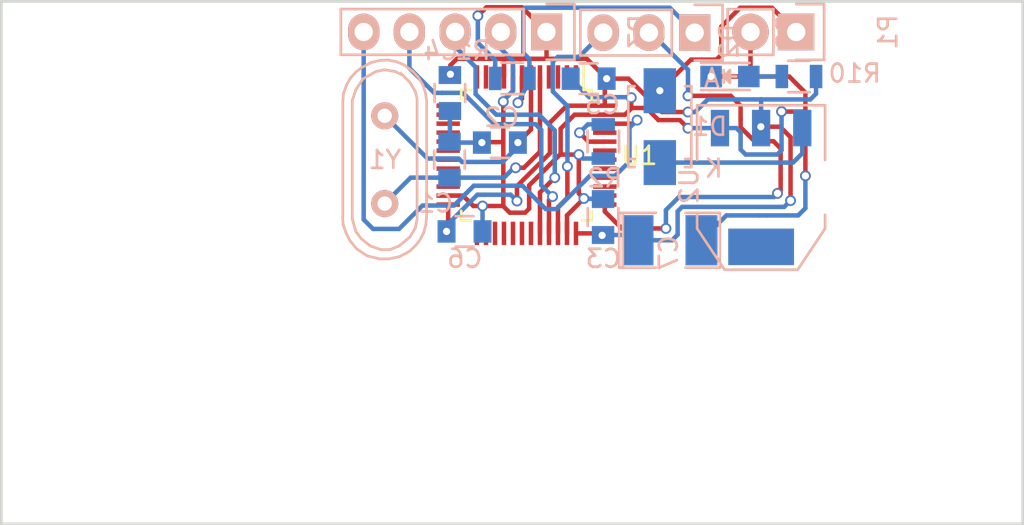
<source format=kicad_pcb>
(kicad_pcb (version 4) (host pcbnew 4.0.5-e0-6337~49~ubuntu16.04.1)

  (general
    (links 42)
    (no_connects 0)
    (area 111.024999 49.561426 167.925001 82.025001)
    (thickness 1.6)
    (drawings 5)
    (tracks 367)
    (zones 0)
    (modules 18)
    (nets 15)
  )

  (page A4)
  (title_block
    (title "STM32 Maple Mini Template")
    (date 2017-09-16)
    (rev 0.9)
    (company "Radek Sebela")
  )

  (layers
    (0 F.Cu signal)
    (31 B.Cu signal)
    (32 B.Adhes user)
    (33 F.Adhes user)
    (34 B.Paste user)
    (35 F.Paste user)
    (36 B.SilkS user)
    (37 F.SilkS user)
    (38 B.Mask user)
    (39 F.Mask user)
    (40 Dwgs.User user)
    (41 Cmts.User user)
    (42 Eco1.User user)
    (43 Eco2.User user)
    (44 Edge.Cuts user)
    (45 Margin user)
    (46 B.CrtYd user)
    (47 F.CrtYd user)
    (48 B.Fab user)
    (49 F.Fab user)
  )

  (setup
    (last_trace_width 0.25)
    (trace_clearance 0.2)
    (zone_clearance 0.508)
    (zone_45_only yes)
    (trace_min 0.2)
    (segment_width 0.2)
    (edge_width 0.15)
    (via_size 0.6)
    (via_drill 0.4)
    (via_min_size 0.4)
    (via_min_drill 0.3)
    (uvia_size 0.3)
    (uvia_drill 0.1)
    (uvias_allowed no)
    (uvia_min_size 0.2)
    (uvia_min_drill 0.1)
    (pcb_text_width 0.3)
    (pcb_text_size 1.5 1.5)
    (mod_edge_width 0.15)
    (mod_text_size 1 1)
    (mod_text_width 0.15)
    (pad_size 1.524 1.524)
    (pad_drill 0.762)
    (pad_to_mask_clearance 0.2)
    (aux_axis_origin 111.1 52.9)
    (visible_elements 7FFFFF9F)
    (pcbplotparams
      (layerselection 0x00000_80000001)
      (usegerberextensions false)
      (excludeedgelayer true)
      (linewidth 0.100000)
      (plotframeref true)
      (viasonmask false)
      (mode 1)
      (useauxorigin false)
      (hpglpennumber 1)
      (hpglpenspeed 20)
      (hpglpendiameter 15)
      (hpglpenoverlay 2)
      (psnegative false)
      (psa4output false)
      (plotreference true)
      (plotvalue true)
      (plotinvisibletext false)
      (padsonsilk false)
      (subtractmaskfromsilk false)
      (outputformat 4)
      (mirror false)
      (drillshape 0)
      (scaleselection 1)
      (outputdirectory ""))
  )

  (net 0 "")
  (net 1 GND)
  (net 2 VCC)
  (net 3 "Net-(R2-Pad1)")
  (net 4 5V)
  (net 5 "Net-(D1-Pad2)")
  (net 6 "Net-(D2-Pad2)")
  (net 7 OSC-IN)
  (net 8 OSC-OUT)
  (net 9 RESET)
  (net 10 SWDIO)
  (net 11 SWCLK)
  (net 12 USB_DM)
  (net 13 USB_DP)
  (net 14 DISC)

  (net_class Default "This is the default net class."
    (clearance 0.2)
    (trace_width 0.25)
    (via_dia 0.6)
    (via_drill 0.4)
    (uvia_dia 0.3)
    (uvia_drill 0.1)
    (add_net 5V)
    (add_net DISC)
    (add_net GND)
    (add_net "Net-(D1-Pad2)")
    (add_net "Net-(D2-Pad2)")
    (add_net "Net-(R2-Pad1)")
    (add_net OSC-IN)
    (add_net OSC-OUT)
    (add_net RESET)
    (add_net SWCLK)
    (add_net SWDIO)
    (add_net USB_DM)
    (add_net USB_DP)
    (add_net VCC)
  )

  (module Diodes_SMD:SMA_Standard (layer B.Cu) (tedit 581916E5) (tstamp 580CE6B6)
    (at 147.68576 59.86272 90)
    (descr "Diode SMA")
    (tags "Diode SMA")
    (path /580C876F)
    (attr smd)
    (fp_text reference D1 (at 0.005 2.77 180) (layer B.SilkS)
      (effects (font (size 1 1) (thickness 0.15)) (justify mirror))
    )
    (fp_text value 1N4001 (at 0 -4.3 90) (layer B.Fab)
      (effects (font (size 1 1) (thickness 0.15)) (justify mirror))
    )
    (fp_line (start -3.5 2) (end 3.5 2) (layer B.CrtYd) (width 0.05))
    (fp_line (start 3.5 2) (end 3.5 -2) (layer B.CrtYd) (width 0.05))
    (fp_line (start 3.5 -2) (end -3.5 -2) (layer B.CrtYd) (width 0.05))
    (fp_line (start -3.5 -2) (end -3.5 2) (layer B.CrtYd) (width 0.05))
    (fp_text user K (at -2.32 2.995 180) (layer B.SilkS)
      (effects (font (size 1 1) (thickness 0.15)) (justify mirror))
    )
    (fp_text user A (at 2.705 2.895 180) (layer B.SilkS)
      (effects (font (size 1 1) (thickness 0.15)) (justify mirror))
    )
    (fp_circle (center 0 0) (end 0.20066 0.0508) (layer B.Adhes) (width 0.381))
    (fp_line (start -1.79914 -1.75006) (end -1.79914 -1.39954) (layer B.SilkS) (width 0.15))
    (fp_line (start -1.79914 1.75006) (end -1.79914 1.39954) (layer B.SilkS) (width 0.15))
    (fp_line (start 2.25044 -1.75006) (end 2.25044 -1.39954) (layer B.SilkS) (width 0.15))
    (fp_line (start -2.25044 -1.75006) (end -2.25044 -1.39954) (layer B.SilkS) (width 0.15))
    (fp_line (start -2.25044 1.75006) (end -2.25044 1.39954) (layer B.SilkS) (width 0.15))
    (fp_line (start 2.25044 1.75006) (end 2.25044 1.39954) (layer B.SilkS) (width 0.15))
    (fp_line (start -2.25044 -1.75006) (end 2.25044 -1.75006) (layer B.SilkS) (width 0.15))
    (fp_line (start -2.25044 1.75006) (end 2.25044 1.75006) (layer B.SilkS) (width 0.15))
    (pad 1 smd rect (at -1.99898 0 90) (size 2.49936 1.80086) (layers B.Cu B.Paste B.Mask)
      (net 4 5V))
    (pad 2 smd rect (at 1.99898 0 90) (size 2.49936 1.80086) (layers B.Cu B.Paste B.Mask)
      (net 5 "Net-(D1-Pad2)"))
    (model Diodes_SMD.3dshapes/SMA_Standard.wrl
      (at (xyz 0 0 0))
      (scale (xyz 0.3937 0.3937 0.3937))
      (rotate (xyz 0 0 180))
    )
  )

  (module Capacitors_SMD:C_0805 (layer B.Cu) (tedit 581914B9) (tstamp 57F03484)
    (at 138.8 60.75 180)
    (descr "Capacitor SMD 0805, reflow soldering, AVX (see smccp.pdf)")
    (tags "capacitor 0805")
    (path /57F0322B)
    (attr smd)
    (fp_text reference C2 (at -0.1 1.4 180) (layer B.SilkS)
      (effects (font (size 1 1) (thickness 0.15)) (justify mirror))
    )
    (fp_text value 18p (at 0 -2.1 180) (layer B.Fab)
      (effects (font (size 1 1) (thickness 0.15)) (justify mirror))
    )
    (fp_line (start -1 -0.625) (end -1 0.625) (layer B.Fab) (width 0.15))
    (fp_line (start 1 -0.625) (end -1 -0.625) (layer B.Fab) (width 0.15))
    (fp_line (start 1 0.625) (end 1 -0.625) (layer B.Fab) (width 0.15))
    (fp_line (start -1 0.625) (end 1 0.625) (layer B.Fab) (width 0.15))
    (fp_line (start -1.8 1) (end 1.8 1) (layer B.CrtYd) (width 0.05))
    (fp_line (start -1.8 -1) (end 1.8 -1) (layer B.CrtYd) (width 0.05))
    (fp_line (start -1.8 1) (end -1.8 -1) (layer B.CrtYd) (width 0.05))
    (fp_line (start 1.8 1) (end 1.8 -1) (layer B.CrtYd) (width 0.05))
    (fp_line (start 0.5 0.85) (end -0.5 0.85) (layer B.SilkS) (width 0.15))
    (fp_line (start -0.5 -0.85) (end 0.5 -0.85) (layer B.SilkS) (width 0.15))
    (pad 1 smd rect (at -1 0 180) (size 1 1.25) (layers B.Cu B.Paste B.Mask)
      (net 8 OSC-OUT))
    (pad 2 smd rect (at 1 0 180) (size 1 1.25) (layers B.Cu B.Paste B.Mask)
      (net 1 GND))
    (model Capacitors_SMD.3dshapes/C_0805.wrl
      (at (xyz 0 0 0))
      (scale (xyz 1 1 1))
      (rotate (xyz 0 0 0))
    )
  )

  (module TO_SOT_Packages_SMD:SOT-223 (layer B.Cu) (tedit 5819114F) (tstamp 580D3792)
    (at 153.3144 63.246)
    (descr "module CMS SOT223 4 pins")
    (tags "CMS SOT")
    (path /580A156C)
    (attr smd)
    (fp_text reference U2 (at -4 -0.075 270) (layer B.SilkS)
      (effects (font (size 1 1) (thickness 0.15)) (justify mirror))
    )
    (fp_text value AMS1117 (at 0 -0.762) (layer B.Fab)
      (effects (font (size 1 1) (thickness 0.15)) (justify mirror))
    )
    (fp_line (start -3.556 -1.524) (end -3.556 -4.572) (layer B.SilkS) (width 0.15))
    (fp_line (start -3.556 -4.572) (end 3.556 -4.572) (layer B.SilkS) (width 0.15))
    (fp_line (start 3.556 -4.572) (end 3.556 -1.524) (layer B.SilkS) (width 0.15))
    (fp_line (start -3.556 1.524) (end -3.556 2.286) (layer B.SilkS) (width 0.15))
    (fp_line (start -3.556 2.286) (end -2.032 4.572) (layer B.SilkS) (width 0.15))
    (fp_line (start -2.032 4.572) (end 2.032 4.572) (layer B.SilkS) (width 0.15))
    (fp_line (start 2.032 4.572) (end 3.556 2.286) (layer B.SilkS) (width 0.15))
    (fp_line (start 3.556 2.286) (end 3.556 1.524) (layer B.SilkS) (width 0.15))
    (pad 4 smd rect (at 0 3.302) (size 3.6576 2.032) (layers B.Cu B.Paste B.Mask))
    (pad 2 smd rect (at 0 -3.302) (size 1.016 2.032) (layers B.Cu B.Paste B.Mask)
      (net 2 VCC))
    (pad 3 smd rect (at 2.286 -3.302) (size 1.016 2.032) (layers B.Cu B.Paste B.Mask)
      (net 4 5V))
    (pad 1 smd rect (at -2.286 -3.302) (size 1.016 2.032) (layers B.Cu B.Paste B.Mask)
      (net 1 GND))
    (model TO_SOT_Packages_SMD.3dshapes/SOT-223.wrl
      (at (xyz 0 0 0))
      (scale (xyz 0.4 0.4 0.4))
      (rotate (xyz 0 0 0))
    )
  )

  (module Capacitors_SMD:C_0805 (layer B.Cu) (tedit 58191623) (tstamp 57F03E23)
    (at 143.73209 57.19405 180)
    (descr "Capacitor SMD 0805, reflow soldering, AVX (see smccp.pdf)")
    (tags "capacitor 0805")
    (path /57F0467B)
    (attr smd)
    (fp_text reference C5 (at -0.76791 -1.45595 360) (layer B.SilkS)
      (effects (font (size 1 1) (thickness 0.15)) (justify mirror))
    )
    (fp_text value 1u (at 0 -2.1 180) (layer B.Fab)
      (effects (font (size 1 1) (thickness 0.15)) (justify mirror))
    )
    (fp_line (start -1 -0.625) (end -1 0.625) (layer B.Fab) (width 0.15))
    (fp_line (start 1 -0.625) (end -1 -0.625) (layer B.Fab) (width 0.15))
    (fp_line (start 1 0.625) (end 1 -0.625) (layer B.Fab) (width 0.15))
    (fp_line (start -1 0.625) (end 1 0.625) (layer B.Fab) (width 0.15))
    (fp_line (start -1.8 1) (end 1.8 1) (layer B.CrtYd) (width 0.05))
    (fp_line (start -1.8 -1) (end 1.8 -1) (layer B.CrtYd) (width 0.05))
    (fp_line (start -1.8 1) (end -1.8 -1) (layer B.CrtYd) (width 0.05))
    (fp_line (start 1.8 1) (end 1.8 -1) (layer B.CrtYd) (width 0.05))
    (fp_line (start 0.5 0.85) (end -0.5 0.85) (layer B.SilkS) (width 0.15))
    (fp_line (start -0.5 -0.85) (end 0.5 -0.85) (layer B.SilkS) (width 0.15))
    (pad 1 smd rect (at -1 0 180) (size 1 1.25) (layers B.Cu B.Paste B.Mask)
      (net 2 VCC))
    (pad 2 smd rect (at 1 0 180) (size 1 1.25) (layers B.Cu B.Paste B.Mask)
      (net 1 GND))
    (model Capacitors_SMD.3dshapes/C_0805.wrl
      (at (xyz 0 0 0))
      (scale (xyz 1 1 1))
      (rotate (xyz 0 0 0))
    )
  )

  (module Crystals:Crystal_HC49-U_Vertical (layer B.Cu) (tedit 581910FC) (tstamp 5803F953)
    (at 132.4 61.7 90)
    (descr "Crystal Quarz HC49/U vertical stehend")
    (tags "Crystal Quarz HC49/U vertical stehend")
    (path /57F030AB)
    (fp_text reference Y1 (at 0 0 180) (layer B.SilkS)
      (effects (font (size 1 1) (thickness 0.15)) (justify mirror))
    )
    (fp_text value 8MHz (at 0 -3.81 90) (layer B.Fab)
      (effects (font (size 1 1) (thickness 0.15)) (justify mirror))
    )
    (fp_line (start 4.699 1.00076) (end 4.89966 0.59944) (layer B.SilkS) (width 0.15))
    (fp_line (start 4.89966 0.59944) (end 5.00126 0) (layer B.SilkS) (width 0.15))
    (fp_line (start 5.00126 0) (end 4.89966 -0.50038) (layer B.SilkS) (width 0.15))
    (fp_line (start 4.89966 -0.50038) (end 4.50088 -1.19888) (layer B.SilkS) (width 0.15))
    (fp_line (start 4.50088 -1.19888) (end 3.8989 -1.6002) (layer B.SilkS) (width 0.15))
    (fp_line (start 3.8989 -1.6002) (end 3.29946 -1.80086) (layer B.SilkS) (width 0.15))
    (fp_line (start 3.29946 -1.80086) (end -3.29946 -1.80086) (layer B.SilkS) (width 0.15))
    (fp_line (start -3.29946 -1.80086) (end -4.0005 -1.6002) (layer B.SilkS) (width 0.15))
    (fp_line (start -4.0005 -1.6002) (end -4.39928 -1.30048) (layer B.SilkS) (width 0.15))
    (fp_line (start -4.39928 -1.30048) (end -4.8006 -0.8001) (layer B.SilkS) (width 0.15))
    (fp_line (start -4.8006 -0.8001) (end -5.00126 -0.20066) (layer B.SilkS) (width 0.15))
    (fp_line (start -5.00126 -0.20066) (end -5.00126 0.29972) (layer B.SilkS) (width 0.15))
    (fp_line (start -5.00126 0.29972) (end -4.8006 0.8001) (layer B.SilkS) (width 0.15))
    (fp_line (start -4.8006 0.8001) (end -4.30022 1.39954) (layer B.SilkS) (width 0.15))
    (fp_line (start -4.30022 1.39954) (end -3.79984 1.69926) (layer B.SilkS) (width 0.15))
    (fp_line (start -3.79984 1.69926) (end -3.29946 1.80086) (layer B.SilkS) (width 0.15))
    (fp_line (start -3.2004 1.80086) (end 3.40106 1.80086) (layer B.SilkS) (width 0.15))
    (fp_line (start 3.40106 1.80086) (end 3.79984 1.69926) (layer B.SilkS) (width 0.15))
    (fp_line (start 3.79984 1.69926) (end 4.30022 1.39954) (layer B.SilkS) (width 0.15))
    (fp_line (start 4.30022 1.39954) (end 4.8006 0.89916) (layer B.SilkS) (width 0.15))
    (fp_line (start -3.19024 2.32918) (end -3.64998 2.28092) (layer B.SilkS) (width 0.15))
    (fp_line (start -3.64998 2.28092) (end -4.04876 2.16916) (layer B.SilkS) (width 0.15))
    (fp_line (start -4.04876 2.16916) (end -4.48056 1.95072) (layer B.SilkS) (width 0.15))
    (fp_line (start -4.48056 1.95072) (end -4.77012 1.71958) (layer B.SilkS) (width 0.15))
    (fp_line (start -4.77012 1.71958) (end -5.10032 1.36906) (layer B.SilkS) (width 0.15))
    (fp_line (start -5.10032 1.36906) (end -5.38988 0.83058) (layer B.SilkS) (width 0.15))
    (fp_line (start -5.38988 0.83058) (end -5.51942 0.23114) (layer B.SilkS) (width 0.15))
    (fp_line (start -5.51942 0.23114) (end -5.51942 -0.2794) (layer B.SilkS) (width 0.15))
    (fp_line (start -5.51942 -0.2794) (end -5.34924 -0.98044) (layer B.SilkS) (width 0.15))
    (fp_line (start -5.34924 -0.98044) (end -4.95046 -1.56972) (layer B.SilkS) (width 0.15))
    (fp_line (start -4.95046 -1.56972) (end -4.49072 -1.94056) (layer B.SilkS) (width 0.15))
    (fp_line (start -4.49072 -1.94056) (end -4.06908 -2.14884) (layer B.SilkS) (width 0.15))
    (fp_line (start -4.06908 -2.14884) (end -3.6195 -2.30886) (layer B.SilkS) (width 0.15))
    (fp_line (start -3.6195 -2.30886) (end -3.18008 -2.33934) (layer B.SilkS) (width 0.15))
    (fp_line (start 4.16052 -2.1209) (end 4.53898 -1.89992) (layer B.SilkS) (width 0.15))
    (fp_line (start 4.53898 -1.89992) (end 4.85902 -1.62052) (layer B.SilkS) (width 0.15))
    (fp_line (start 4.85902 -1.62052) (end 5.11048 -1.29032) (layer B.SilkS) (width 0.15))
    (fp_line (start 5.11048 -1.29032) (end 5.4102 -0.73914) (layer B.SilkS) (width 0.15))
    (fp_line (start 5.4102 -0.73914) (end 5.51942 -0.26924) (layer B.SilkS) (width 0.15))
    (fp_line (start 5.51942 -0.26924) (end 5.53974 0.1905) (layer B.SilkS) (width 0.15))
    (fp_line (start 5.53974 0.1905) (end 5.45084 0.65024) (layer B.SilkS) (width 0.15))
    (fp_line (start 5.45084 0.65024) (end 5.26034 1.09982) (layer B.SilkS) (width 0.15))
    (fp_line (start 5.26034 1.09982) (end 4.89966 1.56972) (layer B.SilkS) (width 0.15))
    (fp_line (start 4.89966 1.56972) (end 4.54914 1.88976) (layer B.SilkS) (width 0.15))
    (fp_line (start 4.54914 1.88976) (end 4.16052 2.1209) (layer B.SilkS) (width 0.15))
    (fp_line (start 4.16052 2.1209) (end 3.73126 2.2606) (layer B.SilkS) (width 0.15))
    (fp_line (start 3.73126 2.2606) (end 3.2893 2.32918) (layer B.SilkS) (width 0.15))
    (fp_line (start -3.2004 -2.32918) (end 3.2512 -2.32918) (layer B.SilkS) (width 0.15))
    (fp_line (start 3.2512 -2.32918) (end 3.6703 -2.29108) (layer B.SilkS) (width 0.15))
    (fp_line (start 3.6703 -2.29108) (end 4.16052 -2.1209) (layer B.SilkS) (width 0.15))
    (fp_line (start -3.2004 2.32918) (end 3.2512 2.32918) (layer B.SilkS) (width 0.15))
    (pad 1 thru_hole circle (at -2.44094 0 90) (size 1.50114 1.50114) (drill 0.8001) (layers *.Cu *.Mask B.SilkS)
      (net 7 OSC-IN))
    (pad 2 thru_hole circle (at 2.44094 0 90) (size 1.50114 1.50114) (drill 0.8001) (layers *.Cu *.Mask B.SilkS)
      (net 8 OSC-OUT))
  )

  (module Housings_QFP:LQFP-48_7x7mm_Pitch0.5mm (layer F.Cu) (tedit 5819118A) (tstamp 57EEDFB7)
    (at 140.27769 61.44855 270)
    (descr "48 LEAD LQFP 7x7mm (see MICREL LQFP7x7-48LD-PL-1.pdf)")
    (tags "QFP 0.5")
    (path /57EED84D)
    (attr smd)
    (fp_text reference U1 (at 0.02645 -6.27231 360) (layer F.SilkS)
      (effects (font (size 1 1) (thickness 0.15)))
    )
    (fp_text value STM32F103CBTx (at 0 6 270) (layer F.Fab)
      (effects (font (size 1 1) (thickness 0.15)))
    )
    (fp_text user %R (at 0 0 270) (layer F.Fab)
      (effects (font (size 1 1) (thickness 0.15)))
    )
    (fp_line (start -2.5 -3.5) (end 3.5 -3.5) (layer F.Fab) (width 0.15))
    (fp_line (start 3.5 -3.5) (end 3.5 3.5) (layer F.Fab) (width 0.15))
    (fp_line (start 3.5 3.5) (end -3.5 3.5) (layer F.Fab) (width 0.15))
    (fp_line (start -3.5 3.5) (end -3.5 -2.5) (layer F.Fab) (width 0.15))
    (fp_line (start -3.5 -2.5) (end -2.5 -3.5) (layer F.Fab) (width 0.15))
    (fp_line (start -5.25 -5.25) (end -5.25 5.25) (layer F.CrtYd) (width 0.05))
    (fp_line (start 5.25 -5.25) (end 5.25 5.25) (layer F.CrtYd) (width 0.05))
    (fp_line (start -5.25 -5.25) (end 5.25 -5.25) (layer F.CrtYd) (width 0.05))
    (fp_line (start -5.25 5.25) (end 5.25 5.25) (layer F.CrtYd) (width 0.05))
    (fp_line (start -3.625 -3.625) (end -3.625 -3.175) (layer F.SilkS) (width 0.15))
    (fp_line (start 3.625 -3.625) (end 3.625 -3.1) (layer F.SilkS) (width 0.15))
    (fp_line (start 3.625 3.625) (end 3.625 3.1) (layer F.SilkS) (width 0.15))
    (fp_line (start -3.625 3.625) (end -3.625 3.1) (layer F.SilkS) (width 0.15))
    (fp_line (start -3.625 -3.625) (end -3.1 -3.625) (layer F.SilkS) (width 0.15))
    (fp_line (start -3.625 3.625) (end -3.1 3.625) (layer F.SilkS) (width 0.15))
    (fp_line (start 3.625 3.625) (end 3.1 3.625) (layer F.SilkS) (width 0.15))
    (fp_line (start 3.625 -3.625) (end 3.1 -3.625) (layer F.SilkS) (width 0.15))
    (fp_line (start -3.625 -3.175) (end -5 -3.175) (layer F.SilkS) (width 0.15))
    (pad 1 smd rect (at -4.35 -2.75 270) (size 1.3 0.25) (layers F.Cu F.Paste F.Mask))
    (pad 2 smd rect (at -4.35 -2.25 270) (size 1.3 0.25) (layers F.Cu F.Paste F.Mask))
    (pad 3 smd rect (at -4.35 -1.75 270) (size 1.3 0.25) (layers F.Cu F.Paste F.Mask))
    (pad 4 smd rect (at -4.35 -1.25 270) (size 1.3 0.25) (layers F.Cu F.Paste F.Mask))
    (pad 5 smd rect (at -4.35 -0.75 270) (size 1.3 0.25) (layers F.Cu F.Paste F.Mask)
      (net 7 OSC-IN))
    (pad 6 smd rect (at -4.35 -0.25 270) (size 1.3 0.25) (layers F.Cu F.Paste F.Mask)
      (net 8 OSC-OUT))
    (pad 7 smd rect (at -4.35 0.25 270) (size 1.3 0.25) (layers F.Cu F.Paste F.Mask)
      (net 9 RESET))
    (pad 8 smd rect (at -4.35 0.75 270) (size 1.3 0.25) (layers F.Cu F.Paste F.Mask)
      (net 1 GND))
    (pad 9 smd rect (at -4.35 1.25 270) (size 1.3 0.25) (layers F.Cu F.Paste F.Mask)
      (net 2 VCC))
    (pad 10 smd rect (at -4.35 1.75 270) (size 1.3 0.25) (layers F.Cu F.Paste F.Mask))
    (pad 11 smd rect (at -4.35 2.25 270) (size 1.3 0.25) (layers F.Cu F.Paste F.Mask))
    (pad 12 smd rect (at -4.35 2.75 270) (size 1.3 0.25) (layers F.Cu F.Paste F.Mask))
    (pad 13 smd rect (at -2.75 4.35) (size 1.3 0.25) (layers F.Cu F.Paste F.Mask))
    (pad 14 smd rect (at -2.25 4.35) (size 1.3 0.25) (layers F.Cu F.Paste F.Mask))
    (pad 15 smd rect (at -1.75 4.35) (size 1.3 0.25) (layers F.Cu F.Paste F.Mask))
    (pad 16 smd rect (at -1.25 4.35) (size 1.3 0.25) (layers F.Cu F.Paste F.Mask))
    (pad 17 smd rect (at -0.75 4.35) (size 1.3 0.25) (layers F.Cu F.Paste F.Mask))
    (pad 18 smd rect (at -0.25 4.35) (size 1.3 0.25) (layers F.Cu F.Paste F.Mask))
    (pad 19 smd rect (at 0.25 4.35) (size 1.3 0.25) (layers F.Cu F.Paste F.Mask))
    (pad 20 smd rect (at 0.75 4.35) (size 1.3 0.25) (layers F.Cu F.Paste F.Mask))
    (pad 21 smd rect (at 1.25 4.35) (size 1.3 0.25) (layers F.Cu F.Paste F.Mask))
    (pad 22 smd rect (at 1.75 4.35) (size 1.3 0.25) (layers F.Cu F.Paste F.Mask))
    (pad 23 smd rect (at 2.25 4.35) (size 1.3 0.25) (layers F.Cu F.Paste F.Mask)
      (net 1 GND))
    (pad 24 smd rect (at 2.75 4.35) (size 1.3 0.25) (layers F.Cu F.Paste F.Mask)
      (net 2 VCC))
    (pad 25 smd rect (at 4.35 2.75 270) (size 1.3 0.25) (layers F.Cu F.Paste F.Mask))
    (pad 26 smd rect (at 4.35 2.25 270) (size 1.3 0.25) (layers F.Cu F.Paste F.Mask))
    (pad 27 smd rect (at 4.35 1.75 270) (size 1.3 0.25) (layers F.Cu F.Paste F.Mask))
    (pad 28 smd rect (at 4.35 1.25 270) (size 1.3 0.25) (layers F.Cu F.Paste F.Mask))
    (pad 29 smd rect (at 4.35 0.75 270) (size 1.3 0.25) (layers F.Cu F.Paste F.Mask))
    (pad 30 smd rect (at 4.35 0.25 270) (size 1.3 0.25) (layers F.Cu F.Paste F.Mask))
    (pad 31 smd rect (at 4.35 -0.25 270) (size 1.3 0.25) (layers F.Cu F.Paste F.Mask))
    (pad 32 smd rect (at 4.35 -0.75 270) (size 1.3 0.25) (layers F.Cu F.Paste F.Mask)
      (net 12 USB_DM))
    (pad 33 smd rect (at 4.35 -1.25 270) (size 1.3 0.25) (layers F.Cu F.Paste F.Mask)
      (net 13 USB_DP))
    (pad 34 smd rect (at 4.35 -1.75 270) (size 1.3 0.25) (layers F.Cu F.Paste F.Mask)
      (net 10 SWDIO))
    (pad 35 smd rect (at 4.35 -2.25 270) (size 1.3 0.25) (layers F.Cu F.Paste F.Mask)
      (net 1 GND))
    (pad 36 smd rect (at 4.35 -2.75 270) (size 1.3 0.25) (layers F.Cu F.Paste F.Mask)
      (net 2 VCC))
    (pad 37 smd rect (at 2.75 -4.35) (size 1.3 0.25) (layers F.Cu F.Paste F.Mask)
      (net 11 SWCLK))
    (pad 38 smd rect (at 2.25 -4.35) (size 1.3 0.25) (layers F.Cu F.Paste F.Mask))
    (pad 39 smd rect (at 1.75 -4.35) (size 1.3 0.25) (layers F.Cu F.Paste F.Mask))
    (pad 40 smd rect (at 1.25 -4.35) (size 1.3 0.25) (layers F.Cu F.Paste F.Mask))
    (pad 41 smd rect (at 0.75 -4.35) (size 1.3 0.25) (layers F.Cu F.Paste F.Mask))
    (pad 42 smd rect (at 0.25 -4.35) (size 1.3 0.25) (layers F.Cu F.Paste F.Mask))
    (pad 43 smd rect (at -0.25 -4.35) (size 1.3 0.25) (layers F.Cu F.Paste F.Mask))
    (pad 44 smd rect (at -0.75 -4.35) (size 1.3 0.25) (layers F.Cu F.Paste F.Mask)
      (net 3 "Net-(R2-Pad1)"))
    (pad 45 smd rect (at -1.25 -4.35) (size 1.3 0.25) (layers F.Cu F.Paste F.Mask))
    (pad 46 smd rect (at -1.75 -4.35) (size 1.3 0.25) (layers F.Cu F.Paste F.Mask)
      (net 14 DISC))
    (pad 47 smd rect (at -2.25 -4.35) (size 1.3 0.25) (layers F.Cu F.Paste F.Mask)
      (net 1 GND))
    (pad 48 smd rect (at -2.75 -4.35) (size 1.3 0.25) (layers F.Cu F.Paste F.Mask)
      (net 2 VCC))
    (model Housings_QFP.3dshapes/LQFP-48_7x7mm_Pitch0.5mm.wrl
      (at (xyz 0 0 0))
      (scale (xyz 1 1 1))
      (rotate (xyz 0 0 0))
    )
  )

  (module Resistors_SMD:R_0805 (layer B.Cu) (tedit 581913AF) (tstamp 57F02F56)
    (at 139.49029 57.18135)
    (descr "Resistor SMD 0805, reflow soldering, Vishay (see dcrcw.pdf)")
    (tags "resistor 0805")
    (path /57F02C6E)
    (attr smd)
    (fp_text reference R1 (at -2.19029 -1.55635) (layer B.SilkS)
      (effects (font (size 1 1) (thickness 0.15)) (justify mirror))
    )
    (fp_text value 10k (at 0 -2.1) (layer B.Fab)
      (effects (font (size 1 1) (thickness 0.15)) (justify mirror))
    )
    (fp_line (start -1.6 1) (end 1.6 1) (layer B.CrtYd) (width 0.05))
    (fp_line (start -1.6 -1) (end 1.6 -1) (layer B.CrtYd) (width 0.05))
    (fp_line (start -1.6 1) (end -1.6 -1) (layer B.CrtYd) (width 0.05))
    (fp_line (start 1.6 1) (end 1.6 -1) (layer B.CrtYd) (width 0.05))
    (fp_line (start 0.6 -0.875) (end -0.6 -0.875) (layer B.SilkS) (width 0.15))
    (fp_line (start -0.6 0.875) (end 0.6 0.875) (layer B.SilkS) (width 0.15))
    (pad 1 smd rect (at -0.95 0) (size 0.7 1.3) (layers B.Cu B.Paste B.Mask)
      (net 2 VCC))
    (pad 2 smd rect (at 0.95 0) (size 0.7 1.3) (layers B.Cu B.Paste B.Mask)
      (net 9 RESET))
    (model Resistors_SMD.3dshapes/R_0805.wrl
      (at (xyz 0 0 0))
      (scale (xyz 1 1 1))
      (rotate (xyz 0 0 0))
    )
  )

  (module Capacitors_SMD:C_0805 (layer B.Cu) (tedit 58191316) (tstamp 57F0347E)
    (at 136 61.7 90)
    (descr "Capacitor SMD 0805, reflow soldering, AVX (see smccp.pdf)")
    (tags "capacitor 0805")
    (path /57F031DE)
    (attr smd)
    (fp_text reference C1 (at -2.425 -0.775 180) (layer B.SilkS)
      (effects (font (size 1 1) (thickness 0.15)) (justify mirror))
    )
    (fp_text value 18p (at 0 -2.1 90) (layer B.Fab)
      (effects (font (size 1 1) (thickness 0.15)) (justify mirror))
    )
    (fp_line (start -1 -0.625) (end -1 0.625) (layer B.Fab) (width 0.15))
    (fp_line (start 1 -0.625) (end -1 -0.625) (layer B.Fab) (width 0.15))
    (fp_line (start 1 0.625) (end 1 -0.625) (layer B.Fab) (width 0.15))
    (fp_line (start -1 0.625) (end 1 0.625) (layer B.Fab) (width 0.15))
    (fp_line (start -1.8 1) (end 1.8 1) (layer B.CrtYd) (width 0.05))
    (fp_line (start -1.8 -1) (end 1.8 -1) (layer B.CrtYd) (width 0.05))
    (fp_line (start -1.8 1) (end -1.8 -1) (layer B.CrtYd) (width 0.05))
    (fp_line (start 1.8 1) (end 1.8 -1) (layer B.CrtYd) (width 0.05))
    (fp_line (start 0.5 0.85) (end -0.5 0.85) (layer B.SilkS) (width 0.15))
    (fp_line (start -0.5 -0.85) (end 0.5 -0.85) (layer B.SilkS) (width 0.15))
    (pad 1 smd rect (at -1 0 90) (size 1 1.25) (layers B.Cu B.Paste B.Mask)
      (net 7 OSC-IN))
    (pad 2 smd rect (at 1 0 90) (size 1 1.25) (layers B.Cu B.Paste B.Mask)
      (net 1 GND))
    (model Capacitors_SMD.3dshapes/C_0805.wrl
      (at (xyz 0 0 0))
      (scale (xyz 1 1 1))
      (rotate (xyz 0 0 0))
    )
  )

  (module Capacitors_SMD:C_0805 (layer B.Cu) (tedit 58112FB5) (tstamp 57F03E17)
    (at 144.53219 64.89025 90)
    (descr "Capacitor SMD 0805, reflow soldering, AVX (see smccp.pdf)")
    (tags "capacitor 0805")
    (path /57F04636)
    (attr smd)
    (fp_text reference C3 (at -2.30975 0.01781 180) (layer B.SilkS)
      (effects (font (size 1 1) (thickness 0.15)) (justify mirror))
    )
    (fp_text value 1u (at 0 -2.1 90) (layer B.Fab)
      (effects (font (size 1 1) (thickness 0.15)) (justify mirror))
    )
    (fp_line (start -1 -0.625) (end -1 0.625) (layer B.Fab) (width 0.15))
    (fp_line (start 1 -0.625) (end -1 -0.625) (layer B.Fab) (width 0.15))
    (fp_line (start 1 0.625) (end 1 -0.625) (layer B.Fab) (width 0.15))
    (fp_line (start -1 0.625) (end 1 0.625) (layer B.Fab) (width 0.15))
    (fp_line (start -1.8 1) (end 1.8 1) (layer B.CrtYd) (width 0.05))
    (fp_line (start -1.8 -1) (end 1.8 -1) (layer B.CrtYd) (width 0.05))
    (fp_line (start -1.8 1) (end -1.8 -1) (layer B.CrtYd) (width 0.05))
    (fp_line (start 1.8 1) (end 1.8 -1) (layer B.CrtYd) (width 0.05))
    (fp_line (start 0.5 0.85) (end -0.5 0.85) (layer B.SilkS) (width 0.15))
    (fp_line (start -0.5 -0.85) (end 0.5 -0.85) (layer B.SilkS) (width 0.15))
    (pad 1 smd rect (at -1 0 90) (size 1 1.25) (layers B.Cu B.Paste B.Mask)
      (net 2 VCC))
    (pad 2 smd rect (at 1 0 90) (size 1 1.25) (layers B.Cu B.Paste B.Mask)
      (net 1 GND))
    (model Capacitors_SMD.3dshapes/C_0805.wrl
      (at (xyz 0 0 0))
      (scale (xyz 1 1 1))
      (rotate (xyz 0 0 0))
    )
  )

  (module Capacitors_SMD:C_0805 (layer B.Cu) (tedit 58191393) (tstamp 57F03E1D)
    (at 136.02319 57.99415 270)
    (descr "Capacitor SMD 0805, reflow soldering, AVX (see smccp.pdf)")
    (tags "capacitor 0805")
    (path /57F045EA)
    (attr smd)
    (fp_text reference C4 (at -2.34415 0.49819 360) (layer B.SilkS)
      (effects (font (size 1 1) (thickness 0.15)) (justify mirror))
    )
    (fp_text value 1u (at 0 -2.1 270) (layer B.Fab)
      (effects (font (size 1 1) (thickness 0.15)) (justify mirror))
    )
    (fp_line (start -1 -0.625) (end -1 0.625) (layer B.Fab) (width 0.15))
    (fp_line (start 1 -0.625) (end -1 -0.625) (layer B.Fab) (width 0.15))
    (fp_line (start 1 0.625) (end 1 -0.625) (layer B.Fab) (width 0.15))
    (fp_line (start -1 0.625) (end 1 0.625) (layer B.Fab) (width 0.15))
    (fp_line (start -1.8 1) (end 1.8 1) (layer B.CrtYd) (width 0.05))
    (fp_line (start -1.8 -1) (end 1.8 -1) (layer B.CrtYd) (width 0.05))
    (fp_line (start -1.8 1) (end -1.8 -1) (layer B.CrtYd) (width 0.05))
    (fp_line (start 1.8 1) (end 1.8 -1) (layer B.CrtYd) (width 0.05))
    (fp_line (start 0.5 0.85) (end -0.5 0.85) (layer B.SilkS) (width 0.15))
    (fp_line (start -0.5 -0.85) (end 0.5 -0.85) (layer B.SilkS) (width 0.15))
    (pad 1 smd rect (at -1 0 270) (size 1 1.25) (layers B.Cu B.Paste B.Mask)
      (net 2 VCC))
    (pad 2 smd rect (at 1 0 270) (size 1 1.25) (layers B.Cu B.Paste B.Mask)
      (net 1 GND))
    (model Capacitors_SMD.3dshapes/C_0805.wrl
      (at (xyz 0 0 0))
      (scale (xyz 1 1 1))
      (rotate (xyz 0 0 0))
    )
  )

  (module Capacitors_SMD:C_0805 (layer B.Cu) (tedit 58190FB9) (tstamp 57F03E29)
    (at 136.83599 65.69035)
    (descr "Capacitor SMD 0805, reflow soldering, AVX (see smccp.pdf)")
    (tags "capacitor 0805")
    (path /57F04580)
    (attr smd)
    (fp_text reference C6 (at 0.01401 1.50965) (layer B.SilkS)
      (effects (font (size 1 1) (thickness 0.15)) (justify mirror))
    )
    (fp_text value 1u (at 0 -2.1) (layer B.Fab)
      (effects (font (size 1 1) (thickness 0.15)) (justify mirror))
    )
    (fp_line (start -1 -0.625) (end -1 0.625) (layer B.Fab) (width 0.15))
    (fp_line (start 1 -0.625) (end -1 -0.625) (layer B.Fab) (width 0.15))
    (fp_line (start 1 0.625) (end 1 -0.625) (layer B.Fab) (width 0.15))
    (fp_line (start -1 0.625) (end 1 0.625) (layer B.Fab) (width 0.15))
    (fp_line (start -1.8 1) (end 1.8 1) (layer B.CrtYd) (width 0.05))
    (fp_line (start -1.8 -1) (end 1.8 -1) (layer B.CrtYd) (width 0.05))
    (fp_line (start -1.8 1) (end -1.8 -1) (layer B.CrtYd) (width 0.05))
    (fp_line (start 1.8 1) (end 1.8 -1) (layer B.CrtYd) (width 0.05))
    (fp_line (start 0.5 0.85) (end -0.5 0.85) (layer B.SilkS) (width 0.15))
    (fp_line (start -0.5 -0.85) (end 0.5 -0.85) (layer B.SilkS) (width 0.15))
    (pad 1 smd rect (at -1 0) (size 1 1.25) (layers B.Cu B.Paste B.Mask)
      (net 2 VCC))
    (pad 2 smd rect (at 1 0) (size 1 1.25) (layers B.Cu B.Paste B.Mask)
      (net 1 GND))
    (model Capacitors_SMD.3dshapes/C_0805.wrl
      (at (xyz 0 0 0))
      (scale (xyz 1 1 1))
      (rotate (xyz 0 0 0))
    )
  )

  (module Resistors_SMD:R_0805 (layer B.Cu) (tedit 58191601) (tstamp 57F0F38A)
    (at 144.54489 60.68655 270)
    (descr "Resistor SMD 0805, reflow soldering, Vishay (see dcrcw.pdf)")
    (tags "resistor 0805")
    (path /57F0F310)
    (attr smd)
    (fp_text reference R2 (at 2.03845 -0.08011 360) (layer B.SilkS)
      (effects (font (size 1 1) (thickness 0.15)) (justify mirror))
    )
    (fp_text value 10k (at 0 -2.1 270) (layer B.Fab)
      (effects (font (size 1 1) (thickness 0.15)) (justify mirror))
    )
    (fp_line (start -1.6 1) (end 1.6 1) (layer B.CrtYd) (width 0.05))
    (fp_line (start -1.6 -1) (end 1.6 -1) (layer B.CrtYd) (width 0.05))
    (fp_line (start -1.6 1) (end -1.6 -1) (layer B.CrtYd) (width 0.05))
    (fp_line (start 1.6 1) (end 1.6 -1) (layer B.CrtYd) (width 0.05))
    (fp_line (start 0.6 -0.875) (end -0.6 -0.875) (layer B.SilkS) (width 0.15))
    (fp_line (start -0.6 0.875) (end 0.6 0.875) (layer B.SilkS) (width 0.15))
    (pad 1 smd rect (at -0.95 0 270) (size 0.7 1.3) (layers B.Cu B.Paste B.Mask)
      (net 3 "Net-(R2-Pad1)"))
    (pad 2 smd rect (at 0.95 0 270) (size 0.7 1.3) (layers B.Cu B.Paste B.Mask)
      (net 1 GND))
    (model Resistors_SMD.3dshapes/R_0805.wrl
      (at (xyz 0 0 0))
      (scale (xyz 1 1 1))
      (rotate (xyz 0 0 0))
    )
  )

  (module SMD_Packages:SMD-1210_Pol (layer B.Cu) (tedit 58191839) (tstamp 580B3D5A)
    (at 148.22424 66.18224)
    (tags "CMS SM")
    (path /57F10672)
    (attr smd)
    (fp_text reference C7 (at -0.05 0.7 90) (layer B.SilkS)
      (effects (font (size 1 1) (thickness 0.15)) (justify mirror))
    )
    (fp_text value 100u (at 0 -0.762) (layer B.Fab)
      (effects (font (size 1 1) (thickness 0.15)) (justify mirror))
    )
    (fp_line (start -2.794 1.524) (end -2.794 -1.524) (layer B.SilkS) (width 0.15))
    (fp_line (start 0.889 -1.524) (end 2.794 -1.524) (layer B.SilkS) (width 0.15))
    (fp_line (start 2.794 -1.524) (end 2.794 1.524) (layer B.SilkS) (width 0.15))
    (fp_line (start 2.794 1.524) (end 0.889 1.524) (layer B.SilkS) (width 0.15))
    (fp_line (start -0.762 1.524) (end -2.794 1.524) (layer B.SilkS) (width 0.15))
    (fp_line (start -2.594 1.524) (end -2.594 -1.524) (layer B.SilkS) (width 0.15))
    (fp_line (start -2.794 -1.524) (end -0.762 -1.524) (layer B.SilkS) (width 0.15))
    (pad 1 smd rect (at -1.778 0) (size 1.778 2.794) (layers B.Cu B.Paste B.Mask)
      (net 2 VCC))
    (pad 2 smd rect (at 1.778 0) (size 1.778 2.794) (layers B.Cu B.Paste B.Mask)
      (net 1 GND))
    (model SMD_Packages.3dshapes/SMD-1210_Pol.wrl
      (at (xyz 0 0 0))
      (scale (xyz 0.2 0.2 0.2))
      (rotate (xyz 0 0 0))
    )
  )

  (module Resistors_SMD:R_0805 (layer B.Cu) (tedit 58112C00) (tstamp 580CDE49)
    (at 155.41752 57.0738 180)
    (descr "Resistor SMD 0805, reflow soldering, Vishay (see dcrcw.pdf)")
    (tags "resistor 0805")
    (path /580C917D)
    (attr smd)
    (fp_text reference R10 (at -3.1 0.175 180) (layer B.SilkS)
      (effects (font (size 1 1) (thickness 0.15)) (justify mirror))
    )
    (fp_text value 1k (at 0 -2.1 180) (layer B.Fab)
      (effects (font (size 1 1) (thickness 0.15)) (justify mirror))
    )
    (fp_line (start -1.6 1) (end 1.6 1) (layer B.CrtYd) (width 0.05))
    (fp_line (start -1.6 -1) (end 1.6 -1) (layer B.CrtYd) (width 0.05))
    (fp_line (start -1.6 1) (end -1.6 -1) (layer B.CrtYd) (width 0.05))
    (fp_line (start 1.6 1) (end 1.6 -1) (layer B.CrtYd) (width 0.05))
    (fp_line (start 0.6 -0.875) (end -0.6 -0.875) (layer B.SilkS) (width 0.15))
    (fp_line (start -0.6 0.875) (end 0.6 0.875) (layer B.SilkS) (width 0.15))
    (pad 1 smd rect (at -0.95 0 180) (size 0.7 1.3) (layers B.Cu B.Paste B.Mask)
      (net 2 VCC))
    (pad 2 smd rect (at 0.95 0 180) (size 0.7 1.3) (layers B.Cu B.Paste B.Mask)
      (net 6 "Net-(D2-Pad2)"))
    (model Resistors_SMD.3dshapes/R_0805.wrl
      (at (xyz 0 0 0))
      (scale (xyz 1 1 1))
      (rotate (xyz 0 0 0))
    )
  )

  (module LEDs:LED_0805 (layer B.Cu) (tedit 581911DC) (tstamp 580CE6D1)
    (at 151.58212 57.0738)
    (descr "LED 0805 smd package")
    (tags "LED 0805 SMD")
    (path /580C8EE8)
    (attr smd)
    (fp_text reference D2 (at -0.05 -1.95 270) (layer B.SilkS)
      (effects (font (size 1 1) (thickness 0.15)) (justify mirror))
    )
    (fp_text value LED (at 0 -1.75) (layer B.Fab)
      (effects (font (size 1 1) (thickness 0.15)) (justify mirror))
    )
    (fp_line (start -0.4 0.3) (end -0.4 -0.3) (layer B.Fab) (width 0.15))
    (fp_line (start -0.3 0) (end 0 0.3) (layer B.Fab) (width 0.15))
    (fp_line (start 0 -0.3) (end -0.3 0) (layer B.Fab) (width 0.15))
    (fp_line (start 0 0.3) (end 0 -0.3) (layer B.Fab) (width 0.15))
    (fp_line (start 1 0.6) (end -1 0.6) (layer B.Fab) (width 0.15))
    (fp_line (start 1 -0.6) (end 1 0.6) (layer B.Fab) (width 0.15))
    (fp_line (start -1 -0.6) (end 1 -0.6) (layer B.Fab) (width 0.15))
    (fp_line (start -1 0.6) (end -1 -0.6) (layer B.Fab) (width 0.15))
    (fp_line (start -1.6 -0.75) (end 1.1 -0.75) (layer B.SilkS) (width 0.15))
    (fp_line (start -1.6 0.75) (end 1.1 0.75) (layer B.SilkS) (width 0.15))
    (fp_line (start -0.1 -0.15) (end -0.1 0.1) (layer B.SilkS) (width 0.15))
    (fp_line (start -0.1 0.1) (end -0.25 -0.05) (layer B.SilkS) (width 0.15))
    (fp_line (start -0.35 0.35) (end -0.35 -0.35) (layer B.SilkS) (width 0.15))
    (fp_line (start 0 0) (end 0.35 0) (layer B.SilkS) (width 0.15))
    (fp_line (start -0.35 0) (end 0 0.35) (layer B.SilkS) (width 0.15))
    (fp_line (start 0 0.35) (end 0 -0.35) (layer B.SilkS) (width 0.15))
    (fp_line (start 0 -0.35) (end -0.35 0) (layer B.SilkS) (width 0.15))
    (fp_line (start 1.9 0.95) (end 1.9 -0.95) (layer B.CrtYd) (width 0.05))
    (fp_line (start 1.9 -0.95) (end -1.9 -0.95) (layer B.CrtYd) (width 0.05))
    (fp_line (start -1.9 -0.95) (end -1.9 0.95) (layer B.CrtYd) (width 0.05))
    (fp_line (start -1.9 0.95) (end 1.9 0.95) (layer B.CrtYd) (width 0.05))
    (pad 2 smd rect (at 1.04902 0 180) (size 1.19888 1.19888) (layers B.Cu B.Paste B.Mask)
      (net 6 "Net-(D2-Pad2)"))
    (pad 1 smd rect (at -1.04902 0 180) (size 1.19888 1.19888) (layers B.Cu B.Paste B.Mask)
      (net 1 GND))
    (model LEDs.3dshapes/LED_0805.wrl
      (at (xyz 0 0 0))
      (scale (xyz 1 1 1))
      (rotate (xyz 0 0 0))
    )
  )

  (module Pin_Headers:Pin_Header_Straight_1x02 (layer B.Cu) (tedit 54EA090C) (tstamp 5C41F09A)
    (at 155.26512 54.59984 90)
    (descr "Through hole pin header")
    (tags "pin header")
    (path /5C422275)
    (fp_text reference P1 (at 0 5.1 90) (layer B.SilkS)
      (effects (font (size 1 1) (thickness 0.15)) (justify mirror))
    )
    (fp_text value CONN_01X02 (at 0 3.1 90) (layer B.Fab)
      (effects (font (size 1 1) (thickness 0.15)) (justify mirror))
    )
    (fp_line (start 1.27 -1.27) (end 1.27 -3.81) (layer B.SilkS) (width 0.15))
    (fp_line (start 1.55 1.55) (end 1.55 0) (layer B.SilkS) (width 0.15))
    (fp_line (start -1.75 1.75) (end -1.75 -4.3) (layer B.CrtYd) (width 0.05))
    (fp_line (start 1.75 1.75) (end 1.75 -4.3) (layer B.CrtYd) (width 0.05))
    (fp_line (start -1.75 1.75) (end 1.75 1.75) (layer B.CrtYd) (width 0.05))
    (fp_line (start -1.75 -4.3) (end 1.75 -4.3) (layer B.CrtYd) (width 0.05))
    (fp_line (start 1.27 -1.27) (end -1.27 -1.27) (layer B.SilkS) (width 0.15))
    (fp_line (start -1.55 0) (end -1.55 1.55) (layer B.SilkS) (width 0.15))
    (fp_line (start -1.55 1.55) (end 1.55 1.55) (layer B.SilkS) (width 0.15))
    (fp_line (start -1.27 -1.27) (end -1.27 -3.81) (layer B.SilkS) (width 0.15))
    (fp_line (start -1.27 -3.81) (end 1.27 -3.81) (layer B.SilkS) (width 0.15))
    (pad 1 thru_hole rect (at 0 0 90) (size 2.032 2.032) (drill 1.016) (layers *.Cu *.Mask B.SilkS)
      (net 5 "Net-(D1-Pad2)"))
    (pad 2 thru_hole oval (at 0 -2.54 90) (size 2.032 2.032) (drill 1.016) (layers *.Cu *.Mask B.SilkS)
      (net 1 GND))
    (model Pin_Headers.3dshapes/Pin_Header_Straight_1x02.wrl
      (at (xyz 0 -0.05 0))
      (scale (xyz 1 1 1))
      (rotate (xyz 0 0 90))
    )
  )

  (module Pin_Headers:Pin_Header_Straight_1x03 (layer B.Cu) (tedit 0) (tstamp 5C41F763)
    (at 149.62124 54.6354 90)
    (descr "Through hole pin header")
    (tags "pin header")
    (path /5C422E19)
    (fp_text reference P2 (at 0 5.1 90) (layer B.SilkS)
      (effects (font (size 1 1) (thickness 0.15)) (justify mirror))
    )
    (fp_text value CONN_01X03 (at 0 3.1 90) (layer B.Fab)
      (effects (font (size 1 1) (thickness 0.15)) (justify mirror))
    )
    (fp_line (start -1.75 1.75) (end -1.75 -6.85) (layer B.CrtYd) (width 0.05))
    (fp_line (start 1.75 1.75) (end 1.75 -6.85) (layer B.CrtYd) (width 0.05))
    (fp_line (start -1.75 1.75) (end 1.75 1.75) (layer B.CrtYd) (width 0.05))
    (fp_line (start -1.75 -6.85) (end 1.75 -6.85) (layer B.CrtYd) (width 0.05))
    (fp_line (start -1.27 -1.27) (end -1.27 -6.35) (layer B.SilkS) (width 0.15))
    (fp_line (start -1.27 -6.35) (end 1.27 -6.35) (layer B.SilkS) (width 0.15))
    (fp_line (start 1.27 -6.35) (end 1.27 -1.27) (layer B.SilkS) (width 0.15))
    (fp_line (start 1.55 1.55) (end 1.55 0) (layer B.SilkS) (width 0.15))
    (fp_line (start 1.27 -1.27) (end -1.27 -1.27) (layer B.SilkS) (width 0.15))
    (fp_line (start -1.55 0) (end -1.55 1.55) (layer B.SilkS) (width 0.15))
    (fp_line (start -1.55 1.55) (end 1.55 1.55) (layer B.SilkS) (width 0.15))
    (pad 1 thru_hole rect (at 0 0 90) (size 2.032 1.7272) (drill 1.016) (layers *.Cu *.Mask B.SilkS)
      (net 9 RESET))
    (pad 2 thru_hole oval (at 0 -2.54 90) (size 2.032 1.7272) (drill 1.016) (layers *.Cu *.Mask B.SilkS)
      (net 11 SWCLK))
    (pad 3 thru_hole oval (at 0 -5.08 90) (size 2.032 1.7272) (drill 1.016) (layers *.Cu *.Mask B.SilkS)
      (net 10 SWDIO))
    (model Pin_Headers.3dshapes/Pin_Header_Straight_1x03.wrl
      (at (xyz 0 -0.1 0))
      (scale (xyz 1 1 1))
      (rotate (xyz 0 0 90))
    )
  )

  (module Pin_Headers:Pin_Header_Straight_1x05 (layer B.Cu) (tedit 54EA0684) (tstamp 5C41F771)
    (at 141.39164 54.59476 90)
    (descr "Through hole pin header")
    (tags "pin header")
    (path /5C421ED2)
    (fp_text reference P3 (at 0 5.1 90) (layer B.SilkS)
      (effects (font (size 1 1) (thickness 0.15)) (justify mirror))
    )
    (fp_text value CONN_01X05 (at 0 3.1 90) (layer B.Fab)
      (effects (font (size 1 1) (thickness 0.15)) (justify mirror))
    )
    (fp_line (start -1.55 0) (end -1.55 1.55) (layer B.SilkS) (width 0.15))
    (fp_line (start -1.55 1.55) (end 1.55 1.55) (layer B.SilkS) (width 0.15))
    (fp_line (start 1.55 1.55) (end 1.55 0) (layer B.SilkS) (width 0.15))
    (fp_line (start -1.75 1.75) (end -1.75 -11.95) (layer B.CrtYd) (width 0.05))
    (fp_line (start 1.75 1.75) (end 1.75 -11.95) (layer B.CrtYd) (width 0.05))
    (fp_line (start -1.75 1.75) (end 1.75 1.75) (layer B.CrtYd) (width 0.05))
    (fp_line (start -1.75 -11.95) (end 1.75 -11.95) (layer B.CrtYd) (width 0.05))
    (fp_line (start 1.27 -1.27) (end 1.27 -11.43) (layer B.SilkS) (width 0.15))
    (fp_line (start 1.27 -11.43) (end -1.27 -11.43) (layer B.SilkS) (width 0.15))
    (fp_line (start -1.27 -11.43) (end -1.27 -1.27) (layer B.SilkS) (width 0.15))
    (fp_line (start 1.27 -1.27) (end -1.27 -1.27) (layer B.SilkS) (width 0.15))
    (pad 1 thru_hole rect (at 0 0 90) (size 2.032 1.7272) (drill 1.016) (layers *.Cu *.Mask B.SilkS)
      (net 2 VCC))
    (pad 2 thru_hole oval (at 0 -2.54 90) (size 2.032 1.7272) (drill 1.016) (layers *.Cu *.Mask B.SilkS)
      (net 1 GND))
    (pad 3 thru_hole oval (at 0 -5.08 90) (size 2.032 1.7272) (drill 1.016) (layers *.Cu *.Mask B.SilkS)
      (net 12 USB_DM))
    (pad 4 thru_hole oval (at 0 -7.62 90) (size 2.032 1.7272) (drill 1.016) (layers *.Cu *.Mask B.SilkS)
      (net 13 USB_DP))
    (pad 5 thru_hole oval (at 0 -10.16 90) (size 2.032 1.7272) (drill 1.016) (layers *.Cu *.Mask B.SilkS)
      (net 14 DISC))
    (model Pin_Headers.3dshapes/Pin_Header_Straight_1x05.wrl
      (at (xyz 0 -0.2 0))
      (scale (xyz 1 1 1))
      (rotate (xyz 0 0 90))
    )
  )

  (gr_line (start 111.1 52.9) (end 111.1 53) (angle 90) (layer Edge.Cuts) (width 0.15))
  (gr_line (start 167.85 52.9) (end 111.1 52.9) (angle 90) (layer Edge.Cuts) (width 0.15))
  (gr_line (start 167.85 81.95) (end 167.85 52.9) (angle 90) (layer Edge.Cuts) (width 0.15))
  (gr_line (start 111.1 81.95) (end 167.85 81.95) (angle 90) (layer Edge.Cuts) (width 0.15))
  (gr_line (start 111.1 52.9) (end 111.1 81.95) (angle 90) (layer Edge.Cuts) (width 0.15))

  (segment (start 151.0284 59.944) (end 151.944 59.944) (width 0.25) (layer B.Cu) (net 1) (status 400000))
  (segment (start 154.45 59.025) (end 155.775 59.025) (width 0.25) (layer F.Cu) (net 1) (tstamp 5C435EE0))
  (via (at 154.45 59.025) (size 0.6) (drill 0.4) (layers F.Cu B.Cu) (net 1))
  (segment (start 154.45 61.175) (end 154.45 59.025) (width 0.25) (layer B.Cu) (net 1) (tstamp 5C435ED0))
  (segment (start 154.213302 61.411698) (end 154.45 61.175) (width 0.25) (layer B.Cu) (net 1) (tstamp 5C435EBE))
  (segment (start 152.45 61.411698) (end 154.213302 61.411698) (width 0.25) (layer B.Cu) (net 1) (tstamp 5C435EBB))
  (segment (start 152.175 61.136698) (end 152.45 61.411698) (width 0.25) (layer B.Cu) (net 1) (tstamp 5C435EB7))
  (segment (start 152.175 60.175) (end 152.175 61.136698) (width 0.25) (layer B.Cu) (net 1) (tstamp 5C435EB0))
  (segment (start 151.944 59.944) (end 152.175 60.175) (width 0.25) (layer B.Cu) (net 1) (tstamp 5C435EAE))
  (segment (start 136.05 60.75) (end 136 60.7) (width 0.25) (layer B.Cu) (net 1) (tstamp 5C435E62))
  (segment (start 137.8 60.75) (end 136.05 60.75) (width 0.25) (layer B.Cu) (net 1))
  (segment (start 155.775 62.6) (end 155.775 64.4) (width 0.25) (layer B.Cu) (net 1))
  (segment (start 153.2 64.8) (end 153.675 64.8) (width 0.25) (layer B.Cu) (net 1))
  (segment (start 150.00224 66.18224) (end 151.38448 64.8) (width 0.25) (layer B.Cu) (net 1) (tstamp 5C42F4F1))
  (segment (start 153.2 64.8) (end 151.38448 64.8) (width 0.25) (layer B.Cu) (net 1) (tstamp 5C434D1E))
  (segment (start 155.775 59.025) (end 155.775 62.6) (width 0.25) (layer F.Cu) (net 1) (tstamp 5C435EED))
  (via (at 155.775 62.6) (size 0.6) (drill 0.4) (layers F.Cu B.Cu) (net 1))
  (segment (start 155.775 64.4) (end 155.375 64.8) (width 0.25) (layer B.Cu) (net 1) (tstamp 5C435636))
  (segment (start 155.375 64.8) (end 153.675 64.8) (width 0.25) (layer B.Cu) (net 1) (tstamp 5C43563E))
  (segment (start 152.72512 57.075) (end 154.875 57.075) (width 0.25) (layer F.Cu) (net 1))
  (segment (start 154.875 57.075) (end 155.775 57.975) (width 0.25) (layer F.Cu) (net 1) (tstamp 5C435606))
  (segment (start 155.775 57.975) (end 155.775 59.025) (width 0.25) (layer F.Cu) (net 1) (tstamp 5C435615))
  (segment (start 146.1 58.25) (end 146.1 58.85) (width 0.25) (layer F.Cu) (net 1))
  (segment (start 146.1 58.85) (end 146.125 58.825) (width 0.25) (layer F.Cu) (net 1) (tstamp 5C4355CB))
  (segment (start 146.125 58.825) (end 146.938602 58.825) (width 0.25) (layer F.Cu) (net 1) (tstamp 5C4355CD))
  (segment (start 138.85164 54.59476) (end 138.85164 55.52664) (width 0.25) (layer B.Cu) (net 1))
  (segment (start 138.85164 55.52664) (end 139.525 56.2) (width 0.25) (layer B.Cu) (net 1) (tstamp 5C43559D))
  (segment (start 139.525 56.75) (end 139.52728 56.75) (width 0.25) (layer B.Cu) (net 1) (tstamp 5C4355A3))
  (segment (start 139.525 56.2) (end 139.525 56.75) (width 0.25) (layer B.Cu) (net 1) (tstamp 5C4355A1))
  (segment (start 151.0284 59.944) (end 151.032302 59.944) (width 0.25) (layer B.Cu) (net 1))
  (segment (start 137.8 60.75) (end 137.77904 60.75) (width 0.25) (layer B.Cu) (net 1))
  (via (at 150.5331 57.0738) (size 0.6) (drill 0.4) (layers F.Cu B.Cu) (net 1))
  (segment (start 152.72512 57.075) (end 150.5343 57.075) (width 0.25) (layer F.Cu) (net 1) (tstamp 5C42FDE5))
  (segment (start 150.5343 57.075) (end 150.5331 57.0738) (width 0.25) (layer F.Cu) (net 1) (tstamp 5C42FDE4))
  (segment (start 152.72512 54.59984) (end 152.72512 57.075) (width 0.25) (layer F.Cu) (net 1))
  (segment (start 138.99 64.2) (end 138.99 64.29) (width 0.25) (layer F.Cu) (net 1))
  (segment (start 140.424998 63.130602) (end 140.8556 62.7) (width 0.25) (layer F.Cu) (net 1) (tstamp 5C42FB1B))
  (segment (start 140.424998 64.425002) (end 140.424998 63.130602) (width 0.25) (layer F.Cu) (net 1) (tstamp 5C42FB1A))
  (segment (start 140.2 64.65) (end 140.424998 64.425002) (width 0.25) (layer F.Cu) (net 1) (tstamp 5C42FB17))
  (segment (start 139.35 64.65) (end 140.2 64.65) (width 0.25) (layer F.Cu) (net 1) (tstamp 5C42FB15))
  (segment (start 138.99 64.29) (end 139.35 64.65) (width 0.25) (layer F.Cu) (net 1) (tstamp 5C42FB13))
  (segment (start 144.62769 59.19855) (end 145.75145 59.19855) (width 0.25) (layer F.Cu) (net 1))
  (segment (start 145.75145 59.19855) (end 146.1 58.85) (width 0.25) (layer F.Cu) (net 1) (tstamp 5C42FAD9))
  (segment (start 151.0284 59.944) (end 149.256 59.944) (width 0.25) (layer B.Cu) (net 1))
  (segment (start 149.256 59.944) (end 149.25 59.95) (width 0.25) (layer B.Cu) (net 1) (tstamp 5C42FA21))
  (via (at 149.25 59.95) (size 0.6) (drill 0.4) (layers F.Cu B.Cu) (net 1))
  (segment (start 149.25 59.95) (end 148.800002 59.500002) (width 0.25) (layer F.Cu) (net 1) (tstamp 5C42FA43))
  (segment (start 148.800002 59.500002) (end 147.613604 59.500002) (width 0.25) (layer F.Cu) (net 1) (tstamp 5C42FA44))
  (segment (start 147.613604 59.500002) (end 146.938602 58.825) (width 0.25) (layer F.Cu) (net 1) (tstamp 5C42FA45))
  (segment (start 143.76304 58.225) (end 142.73209 57.19405) (width 0.25) (layer B.Cu) (net 1) (tstamp 5C42FA5D))
  (via (at 146.1 58.25) (size 0.6) (drill 0.4) (layers F.Cu B.Cu) (net 1))
  (segment (start 146.1 58.25) (end 146.075 58.225) (width 0.25) (layer B.Cu) (net 1) (tstamp 5C42FA5B))
  (segment (start 146.075 58.225) (end 143.76304 58.225) (width 0.25) (layer B.Cu) (net 1) (tstamp 5C42FA5C))
  (segment (start 150.00224 66.18224) (end 150.00224 65.94776) (width 0.25) (layer B.Cu) (net 1))
  (segment (start 152.72512 54.59984) (end 152.72512 55.22512) (width 0.25) (layer F.Cu) (net 1))
  (segment (start 152.72512 54.88178) (end 152.72512 54.59984) (width 0.25) (layer F.Cu) (net 1) (tstamp 5C42F2CB))
  (segment (start 142.73209 57.19405) (end 143.06905 57.19405) (width 0.25) (layer B.Cu) (net 1))
  (segment (start 150.5331 57.0738) (end 150.9988 57.0738) (width 0.25) (layer B.Cu) (net 1))
  (segment (start 150.5331 57.0738) (end 150.5331 56.7919) (width 0.25) (layer B.Cu) (net 1))
  (segment (start 152.72512 54.59988) (end 152.72512 54.59984) (width 0.25) (layer B.Cu) (net 1) (tstamp 5C42EB73))
  (via (at 137.8 60.75) (size 0.6) (drill 0.4) (layers F.Cu B.Cu) (net 1))
  (segment (start 138.99 60.725) (end 137.825 60.725) (width 0.25) (layer F.Cu) (net 1) (tstamp 5C42EB28))
  (segment (start 137.825 60.725) (end 137.8 60.75) (width 0.25) (layer F.Cu) (net 1) (tstamp 5C42EB27))
  (segment (start 151.0284 59.944) (end 151.419 59.944) (width 0.25) (layer B.Cu) (net 1))
  (segment (start 142.73209 57.19405) (end 142.73209 57.31189) (width 0.25) (layer B.Cu) (net 1))
  (segment (start 150.74392 60.22848) (end 151.0284 59.944) (width 0.25) (layer B.Cu) (net 1) (tstamp 5C41FC31))
  (segment (start 139.52728 56.75) (end 139.52728 57.88152) (width 0.25) (layer B.Cu) (net 1) (tstamp 5C4355A4))
  (via (at 138.99 58.47) (size 0.6) (drill 0.4) (layers F.Cu B.Cu) (net 1))
  (segment (start 139.52728 57.88152) (end 138.99 58.4188) (width 0.25) (layer B.Cu) (net 1) (tstamp 5C41FB5A))
  (segment (start 138.99 58.4188) (end 138.99 58.47) (width 0.25) (layer B.Cu) (net 1) (tstamp 5C41FB67))
  (segment (start 142.73209 57.19405) (end 142.91905 57.19405) (width 0.25) (layer B.Cu) (net 1))
  (segment (start 151.0284 57.5691) (end 150.5331 57.0738) (width 0.25) (layer B.Cu) (net 1) (tstamp 5C41F158))
  (segment (start 137.83599 65.69035) (end 137.83599 64.27759) (width 0.25) (layer B.Cu) (net 1))
  (segment (start 137.83564 64.27724) (end 137.83564 64.275) (width 0.25) (layer F.Cu) (net 1) (tstamp 5C41DB65))
  (via (at 137.83564 64.27724) (size 0.6) (drill 0.4) (layers F.Cu B.Cu) (net 1))
  (segment (start 137.83599 64.27759) (end 137.83564 64.27724) (width 0.25) (layer B.Cu) (net 1) (tstamp 5C41DB58))
  (segment (start 151.0284 59.944) (end 151.0284 59.5884) (width 0.25) (layer B.Cu) (net 1))
  (segment (start 143.18472 61.4168) (end 143.18472 63.57834) (width 0.25) (layer F.Cu) (net 1))
  (segment (start 143.18472 63.57834) (end 143.46666 63.86028) (width 0.25) (layer F.Cu) (net 1) (tstamp 5C41D8C0))
  (segment (start 138.99 58.47) (end 138.99 60.725) (width 0.25) (layer F.Cu) (net 1))
  (segment (start 138.99 60.725) (end 138.99 64.2) (width 0.25) (layer F.Cu) (net 1) (tstamp 5C42EB2D))
  (segment (start 138.99 64.2) (end 138.99 64.275) (width 0.25) (layer F.Cu) (net 1) (tstamp 5C42FB11))
  (segment (start 142.175 61.3664) (end 142.175 61.3806) (width 0.25) (layer F.Cu) (net 1))
  (segment (start 141.5796 61.976) (end 140.8556 62.7) (width 0.25) (layer F.Cu) (net 1) (tstamp 5C41D84C))
  (segment (start 142.175 61.3806) (end 141.5796 61.976) (width 0.25) (layer F.Cu) (net 1) (tstamp 5C41D6A3))
  (segment (start 138.99 64.275) (end 138.4 64.275) (width 0.25) (layer F.Cu) (net 1) (tstamp 5C41D7B1))
  (segment (start 137.83564 64.275) (end 138.25 64.275) (width 0.25) (layer F.Cu) (net 1) (tstamp 5C41DB68))
  (segment (start 138.25 64.275) (end 138.4 64.275) (width 0.25) (layer F.Cu) (net 1) (tstamp 581668C4))
  (segment (start 136.02319 58.99415) (end 136.02319 60.67681) (width 0.25) (layer B.Cu) (net 1))
  (segment (start 142.175 61.4168) (end 142.175 61.3664) (width 0.25) (layer F.Cu) (net 1))
  (segment (start 142.175 61.3664) (end 142.175 59.975) (width 0.25) (layer F.Cu) (net 1) (tstamp 5C41D6A1))
  (segment (start 142.175 59.975) (end 142.39986 59.75014) (width 0.25) (layer F.Cu) (net 1) (tstamp 58168497))
  (segment (start 144.62769 59.19855) (end 142.95145 59.19855) (width 0.25) (layer F.Cu) (net 1))
  (segment (start 142.95145 59.19855) (end 142.39986 59.75014) (width 0.25) (layer F.Cu) (net 1) (tstamp 58166A25))
  (segment (start 135.92769 63.69855) (end 136.74855 63.69855) (width 0.25) (layer F.Cu) (net 1))
  (segment (start 136.74855 63.69855) (end 137.325 64.275) (width 0.25) (layer F.Cu) (net 1) (tstamp 581640F2))
  (segment (start 137.325 64.275) (end 137.83564 64.275) (width 0.25) (layer F.Cu) (net 1) (tstamp 581640FC))
  (segment (start 139.52769 57.09855) (end 139.52769 57.87231) (width 0.25) (layer F.Cu) (net 1))
  (segment (start 139.52769 57.87231) (end 138.99 58.41) (width 0.25) (layer F.Cu) (net 1) (tstamp 58164077))
  (segment (start 138.99 58.41) (end 138.99 58.47) (width 0.25) (layer F.Cu) (net 1) (tstamp 58164078))
  (segment (start 142.52769 65.79855) (end 142.52769 64.79925) (width 0.25) (layer F.Cu) (net 1))
  (segment (start 142.52769 64.79925) (end 143.46666 63.86028) (width 0.25) (layer F.Cu) (net 1) (tstamp 58161C1E))
  (segment (start 143.18472 61.4168) (end 142.175 61.4168) (width 0.25) (layer F.Cu) (net 1))
  (segment (start 144.53219 63.89025) (end 144.53219 63.90719) (width 0.25) (layer B.Cu) (net 1))
  (segment (start 136.02319 60.67681) (end 136 60.7) (width 0.25) (layer B.Cu) (net 1) (tstamp 580AA637))
  (segment (start 136.02319 58.99415) (end 136.49415 58.99415) (width 0.25) (layer B.Cu) (net 1))
  (segment (start 137.83599 65.69035) (end 137.83599 65.53901) (width 0.25) (layer B.Cu) (net 1))
  (segment (start 142.73209 57.19405) (end 142.80595 57.19405) (width 0.25) (layer B.Cu) (net 1))
  (segment (start 142.61 57.07196) (end 142.73209 57.19405) (width 0.25) (layer B.Cu) (net 1) (tstamp 58092832))
  (segment (start 144.53219 63.89025) (end 144.53219 64.02219) (width 0.25) (layer B.Cu) (net 1))
  (segment (start 142.73209 57.19405) (end 142.73595 57.19405) (width 0.25) (layer B.Cu) (net 1))
  (segment (start 144.72274 63.6997) (end 144.53219 63.89025) (width 0.25) (layer B.Cu) (net 1) (tstamp 580407EC))
  (segment (start 137.84564 65.7) (end 137.83599 65.69035) (width 0.25) (layer B.Cu) (net 1) (tstamp 5803FCCC))
  (segment (start 144.54489 61.63655) (end 143.40447 61.63655) (width 0.25) (layer B.Cu) (net 1))
  (via (at 143.18472 61.4168) (size 0.6) (drill 0.4) (layers F.Cu B.Cu) (net 1))
  (segment (start 143.40447 61.63655) (end 143.18472 61.4168) (width 0.25) (layer B.Cu) (net 1) (tstamp 5803D1A5))
  (segment (start 144.53219 63.89025) (end 144.14941 63.89025) (width 0.25) (layer B.Cu) (net 1))
  (segment (start 144.14941 63.89025) (end 143.46666 63.86028) (width 0.25) (layer B.Cu) (net 1) (tstamp 5803CC9E))
  (via (at 143.46666 63.86028) (size 0.6) (drill 0.4) (layers F.Cu B.Cu) (net 1))
  (segment (start 144.54489 63.87755) (end 144.53219 63.89025) (width 0.25) (layer B.Cu) (net 1) (tstamp 57F0F48A))
  (segment (start 146.44624 66.18224) (end 148.36776 66.18224) (width 0.25) (layer B.Cu) (net 2) (status 400000))
  (segment (start 148.675 65.875) (end 148.675 64.575) (width 0.25) (layer B.Cu) (net 2) (tstamp 5C435F37))
  (segment (start 148.36776 66.18224) (end 148.675 65.875) (width 0.25) (layer B.Cu) (net 2) (tstamp 5C435F33))
  (segment (start 154.95 63.975) (end 154.949998 63.975) (width 0.25) (layer B.Cu) (net 2))
  (via (at 153.29916 59.8678) (size 0.6) (drill 0.4) (layers F.Cu B.Cu) (net 2))
  (segment (start 153.29916 59.8678) (end 153.3144 59.88304) (width 0.25) (layer B.Cu) (net 2) (tstamp 5C41FC72))
  (segment (start 154.3678 59.8678) (end 154.95 60.45) (width 0.25) (layer F.Cu) (net 2) (tstamp 5C435661))
  (segment (start 154.95 60.45) (end 154.95 63.975) (width 0.25) (layer F.Cu) (net 2) (tstamp 5C435666))
  (via (at 154.95 63.975) (size 0.6) (drill 0.4) (layers F.Cu B.Cu) (net 2))
  (segment (start 153.29916 59.8678) (end 154.3678 59.8678) (width 0.25) (layer F.Cu) (net 2))
  (segment (start 154.949998 63.975) (end 154.599998 64.325) (width 0.25) (layer B.Cu) (net 2) (tstamp 5C435719))
  (segment (start 154.599998 64.325) (end 148.925 64.325) (width 0.25) (layer B.Cu) (net 2) (tstamp 5C43571F))
  (segment (start 148.925 64.325) (end 148.675 64.575) (width 0.25) (layer B.Cu) (net 2) (tstamp 5C435731))
  (segment (start 139.75 64) (end 139.75 63.169202) (width 0.25) (layer F.Cu) (net 2))
  (segment (start 139.75 63.169202) (end 140.559601 62.359601) (width 0.25) (layer F.Cu) (net 2) (tstamp 5C43538F))
  (segment (start 146.44624 66.18224) (end 147.06776 66.18224) (width 0.25) (layer B.Cu) (net 2))
  (segment (start 135.83599 65.69035) (end 135.83599 65.36401) (width 0.25) (layer B.Cu) (net 2))
  (segment (start 135.83599 65.36401) (end 137.55 63.65) (width 0.25) (layer B.Cu) (net 2) (tstamp 5C42FF1D))
  (segment (start 140 56.09) (end 136.41 56.09) (width 0.25) (layer F.Cu) (net 2))
  (segment (start 136.05 56.95) (end 136.02319 56.97681) (width 0.25) (layer B.Cu) (net 2) (tstamp 5C42FC47))
  (via (at 136.05 56.95) (size 0.6) (drill 0.4) (layers F.Cu B.Cu) (net 2))
  (segment (start 136.05 56.45) (end 136.05 56.95) (width 0.25) (layer F.Cu) (net 2) (tstamp 5C42FC39))
  (segment (start 136.41 56.09) (end 136.05 56.45) (width 0.25) (layer F.Cu) (net 2) (tstamp 5C42FC32))
  (segment (start 136.02319 56.97681) (end 136.02319 56.99415) (width 0.25) (layer B.Cu) (net 2) (tstamp 5C42FC48))
  (segment (start 137.95 63.65) (end 139.4 63.65) (width 0.25) (layer B.Cu) (net 2))
  (segment (start 139.4 63.65) (end 139.75 64) (width 0.25) (layer B.Cu) (net 2) (tstamp 5C42FBE7))
  (segment (start 135.83599 65.69035) (end 136.00965 65.69035) (width 0.25) (layer B.Cu) (net 2))
  (segment (start 142.52025 58.69855) (end 141.5796 59.6392) (width 0.25) (layer F.Cu) (net 2) (tstamp 5C41D520))
  (segment (start 141.5796 59.6392) (end 141.5796 60.475) (width 0.25) (layer F.Cu) (net 2) (tstamp 5C41D523))
  (segment (start 144.62769 58.69855) (end 142.52025 58.69855) (width 0.25) (layer F.Cu) (net 2))
  (segment (start 141.5796 61.339602) (end 140.559601 62.359601) (width 0.25) (layer F.Cu) (net 2) (tstamp 5C42E986))
  (segment (start 141.5796 60.475) (end 141.5796 61.339602) (width 0.25) (layer F.Cu) (net 2))
  (via (at 139.75 64) (size 0.6) (drill 0.4) (layers F.Cu B.Cu) (net 2))
  (segment (start 137.55 63.65) (end 137.95 63.65) (width 0.25) (layer B.Cu) (net 2) (tstamp 5C42FB4F))
  (segment (start 144.73209 57.19405) (end 145.94405 57.19405) (width 0.25) (layer F.Cu) (net 2))
  (segment (start 149.25 59.05) (end 149.65 59.05) (width 0.25) (layer B.Cu) (net 2) (tstamp 5C42F9CD))
  (via (at 149.25 59.05) (size 0.6) (drill 0.4) (layers F.Cu B.Cu) (net 2))
  (segment (start 147.8 59.05) (end 149.25 59.05) (width 0.25) (layer F.Cu) (net 2) (tstamp 5C42F9C3))
  (segment (start 145.94405 57.19405) (end 147.8 59.05) (width 0.25) (layer F.Cu) (net 2) (tstamp 5C42F9BF))
  (segment (start 153.3144 59.944) (end 153.3144 58.35) (width 0.25) (layer B.Cu) (net 2))
  (segment (start 153.3144 58.35) (end 153.3 58.35) (width 0.25) (layer B.Cu) (net 2) (tstamp 5C42F8FA))
  (segment (start 156.36752 57.0738) (end 156.36752 58.03248) (width 0.25) (layer B.Cu) (net 2))
  (segment (start 156.36752 58.03248) (end 156.05 58.35) (width 0.25) (layer B.Cu) (net 2) (tstamp 5C42F8EA))
  (segment (start 156.05 58.35) (end 153.3 58.35) (width 0.25) (layer B.Cu) (net 2) (tstamp 5C42F8EB))
  (segment (start 153.3 58.35) (end 150.9 58.35) (width 0.25) (layer B.Cu) (net 2) (tstamp 5C42F900))
  (segment (start 149.65 59.05) (end 150.35 58.35) (width 0.25) (layer B.Cu) (net 2) (tstamp 5C42F9D5))
  (segment (start 150.9 58.35) (end 150.35 58.35) (width 0.25) (layer B.Cu) (net 2) (tstamp 5C42F8EF))
  (segment (start 156.36752 57.0738) (end 156.36752 57.38248) (width 0.25) (layer B.Cu) (net 2))
  (segment (start 153.3144 59.944) (end 153.406 59.944) (width 0.25) (layer B.Cu) (net 2))
  (segment (start 156.2762 57.0738) (end 156.36752 57.0738) (width 0.25) (layer B.Cu) (net 2) (tstamp 5C42F419))
  (segment (start 153.3144 59.944) (end 153.3144 59.5644) (width 0.25) (layer B.Cu) (net 2))
  (segment (start 141.39164 54.59476) (end 141.39164 54.59164) (width 0.25) (layer F.Cu) (net 2))
  (segment (start 141.39164 54.59164) (end 140.025 53.225) (width 0.25) (layer F.Cu) (net 2) (tstamp 5C42E76B))
  (segment (start 138.54029 56.16529) (end 138.54029 57.18135) (width 0.25) (layer B.Cu) (net 2) (tstamp 5C42E798))
  (segment (start 137.575 55.2) (end 138.54029 56.16529) (width 0.25) (layer B.Cu) (net 2) (tstamp 5C42E791))
  (segment (start 137.575 53.7) (end 137.575 55.2) (width 0.25) (layer B.Cu) (net 2) (tstamp 5C42E790))
  (via (at 137.575 53.7) (size 0.6) (drill 0.4) (layers F.Cu B.Cu) (net 2))
  (segment (start 138.05 53.225) (end 137.575 53.7) (width 0.25) (layer F.Cu) (net 2) (tstamp 5C42E779))
  (segment (start 140.025 53.225) (end 138.05 53.225) (width 0.25) (layer F.Cu) (net 2) (tstamp 5C42E773))
  (segment (start 144.73209 57.19405) (end 144.73209 57.64565) (width 0.25) (layer B.Cu) (net 2))
  (segment (start 153.3144 59.88304) (end 153.3144 59.944) (width 0.25) (layer B.Cu) (net 2) (tstamp 5C41FC73))
  (via (at 141.39164 54.59476) (size 0.6) (drill 0.4) (layers F.Cu B.Cu) (net 2))
  (segment (start 141.39164 54.59476) (end 141.39164 56.09) (width 0.25) (layer F.Cu) (net 2) (tstamp 5C41FB36))
  (segment (start 144.53219 65.89025) (end 146.15425 65.89025) (width 0.25) (layer B.Cu) (net 2))
  (segment (start 146.15425 65.89025) (end 146.44624 66.18224) (width 0.25) (layer B.Cu) (net 2) (tstamp 5C41F7D3))
  (segment (start 153.3144 59.944) (end 153.49732 59.944) (width 0.25) (layer B.Cu) (net 2))
  (segment (start 153.3144 59.52744) (end 153.3144 59.944) (width 0.25) (layer B.Cu) (net 2) (tstamp 5C41F1A3))
  (segment (start 135.83599 65.69035) (end 135.83599 65.33201) (width 0.25) (layer B.Cu) (net 2))
  (segment (start 136.02319 56.99415) (end 136.02319 57.02681) (width 0.25) (layer B.Cu) (net 2))
  (segment (start 136.02319 56.99415) (end 135.65585 56.99415) (width 0.25) (layer B.Cu) (net 2))
  (segment (start 136.02319 56.99415) (end 135.78085 56.99415) (width 0.25) (layer B.Cu) (net 2))
  (segment (start 144.53219 65.89025) (end 144.63025 65.89025) (width 0.25) (layer B.Cu) (net 2))
  (segment (start 144.73209 57.19405) (end 144.93595 57.19405) (width 0.25) (layer B.Cu) (net 2))
  (segment (start 144.73209 57.19405) (end 144.73209 57.19209) (width 0.25) (layer F.Cu) (net 2))
  (segment (start 144.73209 57.19209) (end 143.63 56.09) (width 0.25) (layer F.Cu) (net 2) (tstamp 580CF107))
  (segment (start 143.63 56.09) (end 141.39164 56.09) (width 0.25) (layer F.Cu) (net 2) (tstamp 580CF10D))
  (segment (start 139.06538 56.09) (end 139.02769 56.12769) (width 0.25) (layer F.Cu) (net 2) (tstamp 580CF117))
  (segment (start 141.39164 56.09) (end 140 56.09) (width 0.25) (layer F.Cu) (net 2) (tstamp 5C41FB46))
  (segment (start 140 56.09) (end 139.06538 56.09) (width 0.25) (layer F.Cu) (net 2) (tstamp 5C42FC30))
  (segment (start 144.73209 57.19405) (end 144.73209 57.257088) (width 0.25) (layer B.Cu) (net 2))
  (segment (start 136.21039 57.18135) (end 136.02319 56.99415) (width 0.25) (layer B.Cu) (net 2) (tstamp 580AA4C6))
  (segment (start 144.53219 65.89025) (end 144.19025 65.89025) (width 0.25) (layer B.Cu) (net 2))
  (segment (start 135.99234 57.025) (end 136.02319 56.99415) (width 0.25) (layer B.Cu) (net 2) (tstamp 580927E4))
  (segment (start 144.53219 65.89025) (end 144.53219 66.23219) (width 0.25) (layer B.Cu) (net 2))
  (segment (start 144.53219 65.89025) (end 144.65975 65.89025) (width 0.25) (layer B.Cu) (net 2))
  (segment (start 135.83599 65.69035) (end 135.83599 65.93599) (width 0.25) (layer B.Cu) (net 2))
  (segment (start 139.02769 57.09855) (end 139.02769 56.12769) (width 0.25) (layer F.Cu) (net 2))
  (segment (start 136.02319 56.92319) (end 136.02319 56.99415) (width 0.25) (layer B.Cu) (net 2) (tstamp 5804046B))
  (segment (start 138.54029 57.18135) (end 138.54029 57.55731) (width 0.25) (layer B.Cu) (net 2))
  (segment (start 135.83599 65.69035) (end 135.83599 65.56513) (width 0.25) (layer B.Cu) (net 2))
  (segment (start 136.02319 56.99415) (end 136.02319 57.33375) (width 0.25) (layer B.Cu) (net 2))
  (segment (start 143.02769 65.79855) (end 144.36861 65.79855) (width 0.25) (layer F.Cu) (net 2))
  (segment (start 144.48012 65.91006) (end 144.49993 65.89025) (width 0.25) (layer B.Cu) (net 2) (tstamp 5803D714))
  (via (at 144.48012 65.91006) (size 0.6) (drill 0.4) (layers F.Cu B.Cu) (net 2))
  (segment (start 144.36861 65.79855) (end 144.48012 65.91006) (width 0.25) (layer F.Cu) (net 2) (tstamp 5803D70E))
  (segment (start 144.49993 65.89025) (end 144.53219 65.89025) (width 0.25) (layer B.Cu) (net 2) (tstamp 5803D715))
  (segment (start 144.73209 57.19405) (end 144.44075 57.19405) (width 0.25) (layer B.Cu) (net 2))
  (segment (start 144.73209 57.19405) (end 144.597088 57.19405) (width 0.25) (layer B.Cu) (net 2))
  (segment (start 135.92769 64.19855) (end 135.92769 65.59865) (width 0.25) (layer F.Cu) (net 2) (tstamp 57F0E165))
  (segment (start 135.92769 65.59865) (end 135.83599 65.69035) (width 0.25) (layer F.Cu) (net 2) (tstamp 57F0E164))
  (segment (start 144.73209 57.19405) (end 144.73209 57.69265) (width 0.25) (layer B.Cu) (net 2))
  (segment (start 136.02319 56.99415) (end 136.02649 56.99415) (width 0.25) (layer B.Cu) (net 2))
  (segment (start 144.62769 57.29845) (end 144.73209 57.19405) (width 0.25) (layer F.Cu) (net 2) (tstamp 57F0E1CF))
  (segment (start 144.62769 58.69855) (end 144.62769 57.29845) (width 0.25) (layer F.Cu) (net 2) (tstamp 57F0E1D0))
  (via (at 144.73209 57.19405) (size 0.6) (drill 0.4) (layers F.Cu B.Cu) (net 2))
  (via (at 135.83599 65.69035) (size 0.6) (drill 0.4) (layers F.Cu B.Cu) (net 2))
  (segment (start 144.54489 59.73655) (end 143.68845 59.73655) (width 0.25) (layer B.Cu) (net 3))
  (segment (start 143.72355 60.69855) (end 144.62769 60.69855) (width 0.25) (layer F.Cu) (net 3) (tstamp 5C435190))
  (segment (start 143.225 60.2) (end 143.72355 60.69855) (width 0.25) (layer F.Cu) (net 3) (tstamp 5C43518F))
  (via (at 143.225 60.2) (size 0.6) (drill 0.4) (layers F.Cu B.Cu) (net 3))
  (segment (start 143.68845 59.73655) (end 143.225 60.2) (width 0.25) (layer B.Cu) (net 3) (tstamp 5C435181))
  (segment (start 147.68576 61.8617) (end 155.0883 61.8617) (width 0.25) (layer B.Cu) (net 4))
  (segment (start 155.0883 61.8617) (end 155.6004 61.3496) (width 0.25) (layer B.Cu) (net 4) (tstamp 5C42F484))
  (segment (start 155.6004 59.944) (end 155.6004 61.3496) (width 0.25) (layer B.Cu) (net 4))
  (segment (start 148.09402 56.78102) (end 147.68 56.78102) (width 0.25) (layer B.Cu) (net 5) (tstamp 5C41F207))
  (segment (start 147.68 56.78102) (end 147.08102 56.78102) (width 0.25) (layer B.Cu) (net 5))
  (via (at 147.68576 57.86374) (size 0.6) (drill 0.4) (layers F.Cu B.Cu) (net 5))
  (segment (start 150.835251 56.135251) (end 149.414249 56.135251) (width 0.25) (layer F.Cu) (net 5) (tstamp 5C42F5D9))
  (segment (start 149.414249 56.135251) (end 147.68576 57.86374) (width 0.25) (layer F.Cu) (net 5) (tstamp 5C42F5D8))
  (segment (start 147.68576 57.86374) (end 147.86374 57.86374) (width 0.25) (layer B.Cu) (net 5))
  (segment (start 153.91528 53.25) (end 155.26512 54.59984) (width 0.25) (layer F.Cu) (net 5) (tstamp 5C42F365))
  (segment (start 152.15 53.25) (end 153.91528 53.25) (width 0.25) (layer F.Cu) (net 5) (tstamp 5C42F363))
  (segment (start 151.1 54.3) (end 152.15 53.25) (width 0.25) (layer F.Cu) (net 5) (tstamp 5C42F35F))
  (segment (start 151.1 55.870502) (end 151.1 54.3) (width 0.25) (layer F.Cu) (net 5) (tstamp 5C42F358))
  (segment (start 150.835251 56.135251) (end 151.1 55.870502) (width 0.25) (layer F.Cu) (net 5) (tstamp 5C42F5DF))
  (via (at 155.26512 54.59984) (size 0.6) (drill 0.4) (layers F.Cu B.Cu) (net 5))
  (segment (start 147.68576 57.86374) (end 147.88626 57.86374) (width 0.25) (layer B.Cu) (net 5))
  (segment (start 147.84578 58.02376) (end 147.68576 57.86374) (width 0.25) (layer B.Cu) (net 5) (tstamp 5C41F851))
  (segment (start 152.63114 57.0738) (end 154.46752 57.0738) (width 0.25) (layer B.Cu) (net 6))
  (segment (start 138.1 62.7) (end 139.025 62.7) (width 0.25) (layer B.Cu) (net 7))
  (segment (start 141.02769 61.255114) (end 140.132804 62.15) (width 0.25) (layer F.Cu) (net 7) (tstamp 5C42E99F))
  (segment (start 140.132804 62.15) (end 139.675 62.15) (width 0.25) (layer F.Cu) (net 7) (tstamp 5C42E9A1))
  (via (at 139.675 62.15) (size 0.6) (drill 0.4) (layers F.Cu B.Cu) (net 7))
  (segment (start 141.02769 61.255114) (end 141.02769 59.6) (width 0.25) (layer F.Cu) (net 7))
  (segment (start 139.575 62.15) (end 139.675 62.15) (width 0.25) (layer B.Cu) (net 7) (tstamp 5C42E9BE))
  (segment (start 139.025 62.7) (end 139.575 62.15) (width 0.25) (layer B.Cu) (net 7) (tstamp 5C42E9BC))
  (segment (start 136 62.7) (end 138.1 62.7) (width 0.25) (layer B.Cu) (net 7))
  (segment (start 141.02769 58.915892) (end 141.02769 59.6) (width 0.25) (layer F.Cu) (net 7))
  (segment (start 141.02769 57.09855) (end 141.02769 58.915892) (width 0.25) (layer F.Cu) (net 7))
  (segment (start 136 62.7) (end 133.84094 62.7) (width 0.25) (layer B.Cu) (net 7))
  (segment (start 133.84094 62.7) (end 132.4 64.14094) (width 0.25) (layer B.Cu) (net 7) (tstamp 5807D990))
  (segment (start 136.3688 62.3312) (end 136 62.7) (width 0.25) (layer B.Cu) (net 7) (tstamp 5803FC86))
  (via (at 139.8 60.75) (size 0.6) (drill 0.4) (layers F.Cu B.Cu) (net 8))
  (segment (start 139.8 60.975) (end 139.8 60.75) (width 0.25) (layer B.Cu) (net 8))
  (segment (start 140.52769 60.02231) (end 140.52769 58.72231) (width 0.25) (layer F.Cu) (net 8) (tstamp 5C42EA52))
  (segment (start 139.8 60.75) (end 140.52769 60.02231) (width 0.25) (layer F.Cu) (net 8) (tstamp 5C42EA51))
  (segment (start 139.8 60.975) (end 138.95 61.825) (width 0.25) (layer B.Cu) (net 8) (tstamp 5C42EA31))
  (segment (start 138.95 61.825) (end 136.7 61.825) (width 0.25) (layer B.Cu) (net 8) (tstamp 5C42EA36))
  (segment (start 136.7 61.825) (end 136.51024 61.63524) (width 0.25) (layer B.Cu) (net 8) (tstamp 5C42EA3A))
  (segment (start 135.9408 61.63524) (end 136.51024 61.63524) (width 0.25) (layer B.Cu) (net 8))
  (segment (start 134.77618 61.63524) (end 135.18524 61.63524) (width 0.25) (layer B.Cu) (net 8) (tstamp 581A50E6))
  (segment (start 132.4 59.25906) (end 134.77618 61.63524) (width 0.25) (layer B.Cu) (net 8))
  (segment (start 135.9408 61.63524) (end 135.18524 61.63524) (width 0.25) (layer B.Cu) (net 8) (tstamp 5C41D759))
  (segment (start 140.52769 58.72231) (end 140.52769 57.09855) (width 0.25) (layer F.Cu) (net 8) (tstamp 580CEAF5))
  (segment (start 140.51899 57.08985) (end 140.52769 57.09855) (width 0.25) (layer F.Cu) (net 8) (tstamp 57F0FAD2))
  (segment (start 140.10132 54.075) (end 140.10132 53.34868) (width 0.25) (layer B.Cu) (net 9))
  (segment (start 140.10132 53.34868) (end 140.20144 53.24856) (width 0.25) (layer B.Cu) (net 9) (tstamp 5C42FFE7))
  (segment (start 140.725 53.24856) (end 140.20144 53.24856) (width 0.25) (layer B.Cu) (net 9))
  (segment (start 148.2344 53.24856) (end 149.62124 54.6354) (width 0.25) (layer B.Cu) (net 9) (tstamp 5C41FB9B))
  (segment (start 140.725 53.24856) (end 148.2344 53.24856) (width 0.25) (layer B.Cu) (net 9) (tstamp 5C42FFD8))
  (segment (start 140.44029 57.18135) (end 140.44029 56.10721) (width 0.25) (layer B.Cu) (net 9))
  (segment (start 140.10132 55.76824) (end 140.10132 54.075) (width 0.25) (layer B.Cu) (net 9) (tstamp 5C41FB8C))
  (segment (start 140.44029 56.10721) (end 140.10132 55.76824) (width 0.25) (layer B.Cu) (net 9) (tstamp 5C41FB89))
  (segment (start 140.02769 57.09855) (end 140.02769 58.30511) (width 0.25) (layer F.Cu) (net 9))
  (segment (start 140.02769 58.30511) (end 139.80144 58.53136) (width 0.25) (layer F.Cu) (net 9) (tstamp 5816405F))
  (segment (start 139.80144 58.53136) (end 140.44029 57.31847) (width 0.25) (layer B.Cu) (net 9) (tstamp 5803F623))
  (via (at 139.80144 58.53136) (size 0.6) (drill 0.4) (layers F.Cu B.Cu) (net 9))
  (segment (start 140.44029 57.31847) (end 140.44029 57.18135) (width 0.25) (layer B.Cu) (net 9) (tstamp 5803F624))
  (segment (start 140.02369 57.10255) (end 140.02769 57.09855) (width 0.25) (layer F.Cu) (net 9) (tstamp 57F0E770))
  (segment (start 141.74216 56.95) (end 141.74216 56.25784) (width 0.25) (layer B.Cu) (net 10))
  (segment (start 142.01332 55.98668) (end 143.18996 55.98668) (width 0.25) (layer B.Cu) (net 10) (tstamp 5C43000D))
  (segment (start 141.74216 56.25784) (end 142.01332 55.98668) (width 0.25) (layer B.Cu) (net 10) (tstamp 5C43000C))
  (segment (start 142.55496 60.375) (end 142.55496 62.07004) (width 0.25) (layer B.Cu) (net 10))
  (segment (start 142.55 62.075) (end 142.55 63.825) (width 0.25) (layer F.Cu) (net 10) (tstamp 5C42EFE8))
  (via (at 142.55 62.075) (size 0.6) (drill 0.4) (layers F.Cu B.Cu) (net 10))
  (segment (start 142.55496 62.07004) (end 142.55 62.075) (width 0.25) (layer B.Cu) (net 10) (tstamp 5C42EFE1))
  (segment (start 142.55 63.825) (end 142.02769 64.34731) (width 0.25) (layer F.Cu) (net 10) (tstamp 5C42EFE9))
  (segment (start 142.02769 64.34731) (end 142.02769 65.79855) (width 0.25) (layer F.Cu) (net 10) (tstamp 5C42E934))
  (segment (start 142.55 63.825) (end 142.02769 64.34731) (width 0.25) (layer F.Cu) (net 10) (tstamp 5C42E933))
  (segment (start 143.18996 55.98668) (end 144.54124 54.6354) (width 0.25) (layer B.Cu) (net 10) (tstamp 5C41FBFA))
  (segment (start 141.74216 57.90692) (end 141.74216 56.95) (width 0.25) (layer B.Cu) (net 10) (tstamp 5C41FBF1))
  (segment (start 142.55496 58.71972) (end 141.74216 57.90692) (width 0.25) (layer B.Cu) (net 10) (tstamp 5C41FBEB))
  (segment (start 142.55496 60.375) (end 142.55496 58.71972) (width 0.25) (layer B.Cu) (net 10) (tstamp 5C42EFDF))
  (segment (start 148.025 65.525) (end 148.025 64.5) (width 0.25) (layer B.Cu) (net 11))
  (segment (start 148.025 64.5) (end 148.75 63.775) (width 0.25) (layer B.Cu) (net 11) (tstamp 5C435F7B))
  (segment (start 144.62769 64.19855) (end 144.62769 64.57769) (width 0.25) (layer F.Cu) (net 11) (status 400000))
  (via (at 148.025 65.525) (size 0.6) (drill 0.4) (layers F.Cu B.Cu) (net 11))
  (segment (start 145.575 65.525) (end 148.025 65.525) (width 0.25) (layer F.Cu) (net 11) (tstamp 5C435F57))
  (segment (start 144.62769 64.57769) (end 145.575 65.525) (width 0.25) (layer F.Cu) (net 11) (tstamp 5C435F4F))
  (segment (start 154.4 63.4) (end 154.4 62.75) (width 0.25) (layer F.Cu) (net 11) (tstamp 5C4357ED))
  (segment (start 154.4 61.075) (end 154.4 62.75) (width 0.25) (layer F.Cu) (net 11) (tstamp 5C4356C5))
  (segment (start 154 60.675) (end 154.4 61.075) (width 0.25) (layer F.Cu) (net 11) (tstamp 5C4356C3))
  (segment (start 152.95 60.675) (end 154 60.675) (width 0.25) (layer F.Cu) (net 11) (tstamp 5C4356BD))
  (segment (start 152.175 59.9) (end 152.95 60.675) (width 0.25) (layer F.Cu) (net 11) (tstamp 5C4356BC))
  (segment (start 149.25 58.15) (end 151.625 58.15) (width 0.25) (layer F.Cu) (net 11))
  (segment (start 147.1854 54.6354) (end 149.25 56.7) (width 0.25) (layer B.Cu) (net 11) (tstamp 5C42F9ED))
  (via (at 149.25 58.15) (size 0.6) (drill 0.4) (layers F.Cu B.Cu) (net 11))
  (segment (start 149.25 58.15) (end 149.25 56.7) (width 0.25) (layer B.Cu) (net 11) (tstamp 5C434A81))
  (segment (start 151.625 58.15) (end 152.175 58.7) (width 0.25) (layer F.Cu) (net 11) (tstamp 5C434EDE))
  (segment (start 152.175 58.7) (end 152.175 59.425) (width 0.25) (layer F.Cu) (net 11) (tstamp 5C434EE9))
  (segment (start 152.175 59.425) (end 152.175 59.9) (width 0.25) (layer F.Cu) (net 11))
  (segment (start 148.75 63.775) (end 154.025 63.775) (width 0.25) (layer B.Cu) (net 11) (tstamp 5C435F83))
  (segment (start 154.025 63.775) (end 154.225 63.575) (width 0.25) (layer B.Cu) (net 11) (tstamp 5C4357D4))
  (via (at 154.225 63.575) (size 0.6) (drill 0.4) (layers F.Cu B.Cu) (net 11))
  (segment (start 154.225 63.575) (end 154.4 63.4) (width 0.25) (layer F.Cu) (net 11) (tstamp 5C4357EC))
  (segment (start 147.08124 54.6354) (end 147.1854 54.6354) (width 0.25) (layer B.Cu) (net 11))
  (segment (start 141.02769 65.79855) (end 141.02769 63.52231) (width 0.25) (layer F.Cu) (net 12))
  (segment (start 141.02769 63.52231) (end 141.85 62.7) (width 0.25) (layer F.Cu) (net 12) (tstamp 5C42FD76))
  (segment (start 136.31164 54.59476) (end 136.31164 55.41164) (width 0.25) (layer B.Cu) (net 12))
  (segment (start 136.31164 55.41164) (end 137.45 56.55) (width 0.25) (layer B.Cu) (net 12) (tstamp 5C42EACA))
  (via (at 141.85 62.7) (size 0.6) (drill 0.4) (layers F.Cu B.Cu) (net 12))
  (segment (start 141.85 60.075) (end 141.85 62.7) (width 0.25) (layer B.Cu) (net 12) (tstamp 5C42EAD9))
  (segment (start 140.975 59.2) (end 141.85 60.075) (width 0.25) (layer B.Cu) (net 12) (tstamp 5C42EAD8))
  (segment (start 138.6 59.2) (end 140.975 59.2) (width 0.25) (layer B.Cu) (net 12) (tstamp 5C42EAD1))
  (segment (start 137.45 58.05) (end 138.6 59.2) (width 0.25) (layer B.Cu) (net 12) (tstamp 5C42EACE))
  (segment (start 137.45 56.55) (end 137.45 58.05) (width 0.25) (layer B.Cu) (net 12) (tstamp 5C42EACC))
  (segment (start 135.6 57.98312) (end 136.746722 57.98312) (width 0.25) (layer B.Cu) (net 13))
  (segment (start 138.488602 59.725) (end 140.775 59.725) (width 0.25) (layer B.Cu) (net 13) (tstamp 5C430085))
  (segment (start 136.746722 57.98312) (end 138.488602 59.725) (width 0.25) (layer B.Cu) (net 13) (tstamp 5C430083))
  (segment (start 141.1 63.125) (end 141.725 63.75) (width 0.25) (layer B.Cu) (net 13) (tstamp 5C42EA8F))
  (segment (start 141.52769 63.94731) (end 141.725 63.75) (width 0.25) (layer F.Cu) (net 13) (tstamp 5C42E94C))
  (via (at 141.725 63.75) (size 0.6) (drill 0.4) (layers F.Cu B.Cu) (net 13))
  (segment (start 141.52769 65.79855) (end 141.52769 63.94731) (width 0.25) (layer F.Cu) (net 13))
  (segment (start 140.775 59.725) (end 141.1 60.05) (width 0.25) (layer B.Cu) (net 13) (tstamp 5C42EA8C))
  (segment (start 141.1 60.05) (end 141.1 63.125) (width 0.25) (layer B.Cu) (net 13) (tstamp 5C42EA8D))
  (segment (start 133.77164 56.60644) (end 133.77164 54.59476) (width 0.25) (layer B.Cu) (net 13) (tstamp 5C41FE85))
  (segment (start 135.14832 57.98312) (end 133.77164 56.60644) (width 0.25) (layer B.Cu) (net 13) (tstamp 5C41FE84))
  (segment (start 135.6 57.98312) (end 135.14832 57.98312) (width 0.25) (layer B.Cu) (net 13) (tstamp 5C430081))
  (segment (start 144.62769 59.69855) (end 146.22645 59.69855) (width 0.25) (layer F.Cu) (net 14))
  (segment (start 146 59.925) (end 146 60.525) (width 0.25) (layer B.Cu) (net 14) (tstamp 5C43589E))
  (segment (start 146.425 59.5) (end 146 59.925) (width 0.25) (layer B.Cu) (net 14) (tstamp 5C43589D))
  (via (at 146.425 59.5) (size 0.6) (drill 0.4) (layers F.Cu B.Cu) (net 14))
  (segment (start 146.22645 59.69855) (end 146.425 59.5) (width 0.25) (layer F.Cu) (net 14) (tstamp 5C435888))
  (segment (start 131.23164 54.59476) (end 131.23164 65.03164) (width 0.25) (layer B.Cu) (net 14))
  (segment (start 131.23164 65.03164) (end 131.75 65.55) (width 0.25) (layer B.Cu) (net 14) (tstamp 5C43015A))
  (segment (start 141.6 64.45) (end 141.95 64.45) (width 0.25) (layer B.Cu) (net 14))
  (segment (start 143.8 62.6) (end 145.2 62.6) (width 0.25) (layer B.Cu) (net 14) (tstamp 5C42FEF9))
  (segment (start 141.95 64.45) (end 143.8 62.6) (width 0.25) (layer B.Cu) (net 14) (tstamp 5C42FEF5))
  (segment (start 141.6 64.45) (end 141.35 64.45) (width 0.25) (layer B.Cu) (net 14) (tstamp 5C42FEF3))
  (segment (start 146 61.8) (end 145.2 62.6) (width 0.25) (layer B.Cu) (net 14) (tstamp 5C42EFC3))
  (segment (start 146 60.525) (end 146 61.8) (width 0.25) (layer B.Cu) (net 14) (tstamp 5C4358A4))
  (segment (start 141.35 64.45) (end 140.050002 63.150002) (width 0.25) (layer B.Cu) (net 14) (tstamp 5C42FB78))
  (segment (start 140.050002 63.150002) (end 137.349998 63.150002) (width 0.25) (layer B.Cu) (net 14) (tstamp 5C42FB79))
  (segment (start 137.349998 63.150002) (end 136.25 64.25) (width 0.25) (layer B.Cu) (net 14) (tstamp 5C42FB7F))
  (segment (start 136.25 64.25) (end 134.5 64.25) (width 0.25) (layer B.Cu) (net 14) (tstamp 5C42FB85))
  (segment (start 134.5 64.25) (end 133.2 65.55) (width 0.25) (layer B.Cu) (net 14) (tstamp 5C42FB8A))
  (segment (start 133.2 65.55) (end 131.75 65.55) (width 0.25) (layer B.Cu) (net 14) (tstamp 5C42FB8D))

)

</source>
